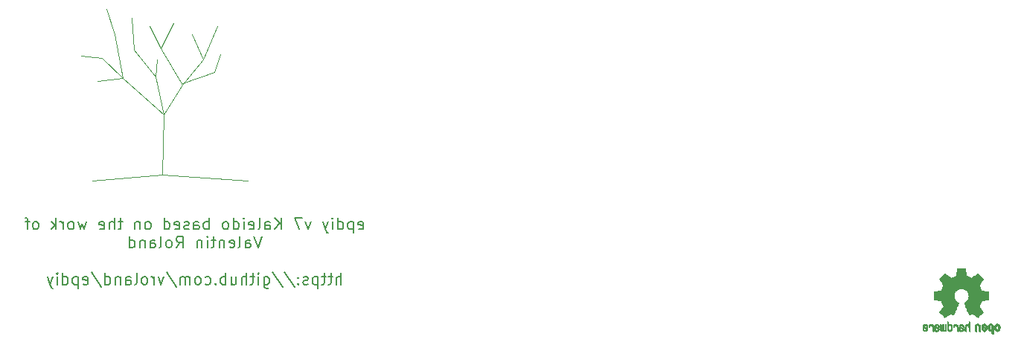
<source format=gbo>
G04 #@! TF.GenerationSoftware,KiCad,Pcbnew,7.0.9-7.0.9~ubuntu22.04.1*
G04 #@! TF.CreationDate,2024-04-13T14:40:37+02:00*
G04 #@! TF.ProjectId,v7-kaleido,76372d6b-616c-4656-9964-6f2e6b696361,1.1*
G04 #@! TF.SameCoordinates,Original*
G04 #@! TF.FileFunction,Legend,Bot*
G04 #@! TF.FilePolarity,Positive*
%FSLAX46Y46*%
G04 Gerber Fmt 4.6, Leading zero omitted, Abs format (unit mm)*
G04 Created by KiCad (PCBNEW 7.0.9-7.0.9~ubuntu22.04.1) date 2024-04-13 14:40:37*
%MOMM*%
%LPD*%
G01*
G04 APERTURE LIST*
%ADD10C,0.100000*%
%ADD11C,0.150000*%
%ADD12C,0.010000*%
%ADD13C,2.200000*%
%ADD14C,0.508000*%
%ADD15R,1.700000X1.700000*%
%ADD16O,1.700000X1.700000*%
%ADD17C,0.650000*%
%ADD18O,2.100000X1.000000*%
%ADD19O,1.600000X1.000000*%
%ADD20C,1.000000*%
G04 APERTURE END LIST*
D10*
X81624502Y-116601690D02*
X79104504Y-112461694D01*
X83964500Y-113721693D02*
X85584498Y-109941696D01*
X73884509Y-110841695D02*
X72984510Y-107961698D01*
X78564505Y-115701691D02*
X76044507Y-112641694D01*
X85224499Y-115161691D02*
X85944498Y-113181693D01*
X74784508Y-115881691D02*
X73884509Y-110841695D01*
X81624502Y-116421690D02*
X85224499Y-115161691D01*
X79284504Y-126861680D02*
X79464504Y-120021687D01*
X74784508Y-115881691D02*
X71904511Y-116241690D01*
X76044507Y-112641694D02*
X75864507Y-109041697D01*
X79464504Y-120021687D02*
X74784508Y-115881691D01*
X83964500Y-113721693D02*
X82704501Y-110841695D01*
X72444510Y-113541693D02*
X70104512Y-113361693D01*
X79104504Y-112461694D02*
X77844505Y-109941696D01*
X81624502Y-116601690D02*
X83964500Y-113721693D01*
X79284504Y-126861680D02*
X71364511Y-127581680D01*
X74784508Y-115881691D02*
X72444510Y-113541693D01*
X79104504Y-112461694D02*
X80544503Y-109581696D01*
X78564505Y-115701691D02*
X78744505Y-113721693D01*
X79464504Y-120021687D02*
X78564505Y-115701691D01*
X79284504Y-126861680D02*
X89004495Y-127581680D01*
X79464504Y-120021687D02*
X81624502Y-116601690D01*
D11*
X101643330Y-133022200D02*
X101767139Y-133084104D01*
X101767139Y-133084104D02*
X102014758Y-133084104D01*
X102014758Y-133084104D02*
X102138568Y-133022200D01*
X102138568Y-133022200D02*
X102200472Y-132898390D01*
X102200472Y-132898390D02*
X102200472Y-132403152D01*
X102200472Y-132403152D02*
X102138568Y-132279342D01*
X102138568Y-132279342D02*
X102014758Y-132217438D01*
X102014758Y-132217438D02*
X101767139Y-132217438D01*
X101767139Y-132217438D02*
X101643330Y-132279342D01*
X101643330Y-132279342D02*
X101581425Y-132403152D01*
X101581425Y-132403152D02*
X101581425Y-132526961D01*
X101581425Y-132526961D02*
X102200472Y-132650771D01*
X101024282Y-132217438D02*
X101024282Y-133517438D01*
X101024282Y-132279342D02*
X100900472Y-132217438D01*
X100900472Y-132217438D02*
X100652853Y-132217438D01*
X100652853Y-132217438D02*
X100529044Y-132279342D01*
X100529044Y-132279342D02*
X100467139Y-132341247D01*
X100467139Y-132341247D02*
X100405234Y-132465057D01*
X100405234Y-132465057D02*
X100405234Y-132836485D01*
X100405234Y-132836485D02*
X100467139Y-132960295D01*
X100467139Y-132960295D02*
X100529044Y-133022200D01*
X100529044Y-133022200D02*
X100652853Y-133084104D01*
X100652853Y-133084104D02*
X100900472Y-133084104D01*
X100900472Y-133084104D02*
X101024282Y-133022200D01*
X99290949Y-133084104D02*
X99290949Y-131784104D01*
X99290949Y-133022200D02*
X99414758Y-133084104D01*
X99414758Y-133084104D02*
X99662377Y-133084104D01*
X99662377Y-133084104D02*
X99786187Y-133022200D01*
X99786187Y-133022200D02*
X99848092Y-132960295D01*
X99848092Y-132960295D02*
X99909996Y-132836485D01*
X99909996Y-132836485D02*
X99909996Y-132465057D01*
X99909996Y-132465057D02*
X99848092Y-132341247D01*
X99848092Y-132341247D02*
X99786187Y-132279342D01*
X99786187Y-132279342D02*
X99662377Y-132217438D01*
X99662377Y-132217438D02*
X99414758Y-132217438D01*
X99414758Y-132217438D02*
X99290949Y-132279342D01*
X98671902Y-133084104D02*
X98671902Y-132217438D01*
X98671902Y-131784104D02*
X98733806Y-131846009D01*
X98733806Y-131846009D02*
X98671902Y-131907914D01*
X98671902Y-131907914D02*
X98609997Y-131846009D01*
X98609997Y-131846009D02*
X98671902Y-131784104D01*
X98671902Y-131784104D02*
X98671902Y-131907914D01*
X98176663Y-132217438D02*
X97867139Y-133084104D01*
X97557616Y-132217438D02*
X97867139Y-133084104D01*
X97867139Y-133084104D02*
X97990949Y-133393628D01*
X97990949Y-133393628D02*
X98052854Y-133455533D01*
X98052854Y-133455533D02*
X98176663Y-133517438D01*
X96195711Y-132217438D02*
X95886187Y-133084104D01*
X95886187Y-133084104D02*
X95576664Y-132217438D01*
X95205235Y-131784104D02*
X94338569Y-131784104D01*
X94338569Y-131784104D02*
X94895711Y-133084104D01*
X92852855Y-133084104D02*
X92852855Y-131784104D01*
X92109998Y-133084104D02*
X92667140Y-132341247D01*
X92109998Y-131784104D02*
X92852855Y-132526961D01*
X90995712Y-133084104D02*
X90995712Y-132403152D01*
X90995712Y-132403152D02*
X91057617Y-132279342D01*
X91057617Y-132279342D02*
X91181426Y-132217438D01*
X91181426Y-132217438D02*
X91429045Y-132217438D01*
X91429045Y-132217438D02*
X91552855Y-132279342D01*
X90995712Y-133022200D02*
X91119521Y-133084104D01*
X91119521Y-133084104D02*
X91429045Y-133084104D01*
X91429045Y-133084104D02*
X91552855Y-133022200D01*
X91552855Y-133022200D02*
X91614759Y-132898390D01*
X91614759Y-132898390D02*
X91614759Y-132774580D01*
X91614759Y-132774580D02*
X91552855Y-132650771D01*
X91552855Y-132650771D02*
X91429045Y-132588866D01*
X91429045Y-132588866D02*
X91119521Y-132588866D01*
X91119521Y-132588866D02*
X90995712Y-132526961D01*
X90190950Y-133084104D02*
X90314760Y-133022200D01*
X90314760Y-133022200D02*
X90376665Y-132898390D01*
X90376665Y-132898390D02*
X90376665Y-131784104D01*
X89200475Y-133022200D02*
X89324284Y-133084104D01*
X89324284Y-133084104D02*
X89571903Y-133084104D01*
X89571903Y-133084104D02*
X89695713Y-133022200D01*
X89695713Y-133022200D02*
X89757617Y-132898390D01*
X89757617Y-132898390D02*
X89757617Y-132403152D01*
X89757617Y-132403152D02*
X89695713Y-132279342D01*
X89695713Y-132279342D02*
X89571903Y-132217438D01*
X89571903Y-132217438D02*
X89324284Y-132217438D01*
X89324284Y-132217438D02*
X89200475Y-132279342D01*
X89200475Y-132279342D02*
X89138570Y-132403152D01*
X89138570Y-132403152D02*
X89138570Y-132526961D01*
X89138570Y-132526961D02*
X89757617Y-132650771D01*
X88581427Y-133084104D02*
X88581427Y-132217438D01*
X88581427Y-131784104D02*
X88643331Y-131846009D01*
X88643331Y-131846009D02*
X88581427Y-131907914D01*
X88581427Y-131907914D02*
X88519522Y-131846009D01*
X88519522Y-131846009D02*
X88581427Y-131784104D01*
X88581427Y-131784104D02*
X88581427Y-131907914D01*
X87405236Y-133084104D02*
X87405236Y-131784104D01*
X87405236Y-133022200D02*
X87529045Y-133084104D01*
X87529045Y-133084104D02*
X87776664Y-133084104D01*
X87776664Y-133084104D02*
X87900474Y-133022200D01*
X87900474Y-133022200D02*
X87962379Y-132960295D01*
X87962379Y-132960295D02*
X88024283Y-132836485D01*
X88024283Y-132836485D02*
X88024283Y-132465057D01*
X88024283Y-132465057D02*
X87962379Y-132341247D01*
X87962379Y-132341247D02*
X87900474Y-132279342D01*
X87900474Y-132279342D02*
X87776664Y-132217438D01*
X87776664Y-132217438D02*
X87529045Y-132217438D01*
X87529045Y-132217438D02*
X87405236Y-132279342D01*
X86600474Y-133084104D02*
X86724284Y-133022200D01*
X86724284Y-133022200D02*
X86786189Y-132960295D01*
X86786189Y-132960295D02*
X86848093Y-132836485D01*
X86848093Y-132836485D02*
X86848093Y-132465057D01*
X86848093Y-132465057D02*
X86786189Y-132341247D01*
X86786189Y-132341247D02*
X86724284Y-132279342D01*
X86724284Y-132279342D02*
X86600474Y-132217438D01*
X86600474Y-132217438D02*
X86414760Y-132217438D01*
X86414760Y-132217438D02*
X86290951Y-132279342D01*
X86290951Y-132279342D02*
X86229046Y-132341247D01*
X86229046Y-132341247D02*
X86167141Y-132465057D01*
X86167141Y-132465057D02*
X86167141Y-132836485D01*
X86167141Y-132836485D02*
X86229046Y-132960295D01*
X86229046Y-132960295D02*
X86290951Y-133022200D01*
X86290951Y-133022200D02*
X86414760Y-133084104D01*
X86414760Y-133084104D02*
X86600474Y-133084104D01*
X84619523Y-133084104D02*
X84619523Y-131784104D01*
X84619523Y-132279342D02*
X84495713Y-132217438D01*
X84495713Y-132217438D02*
X84248094Y-132217438D01*
X84248094Y-132217438D02*
X84124285Y-132279342D01*
X84124285Y-132279342D02*
X84062380Y-132341247D01*
X84062380Y-132341247D02*
X84000475Y-132465057D01*
X84000475Y-132465057D02*
X84000475Y-132836485D01*
X84000475Y-132836485D02*
X84062380Y-132960295D01*
X84062380Y-132960295D02*
X84124285Y-133022200D01*
X84124285Y-133022200D02*
X84248094Y-133084104D01*
X84248094Y-133084104D02*
X84495713Y-133084104D01*
X84495713Y-133084104D02*
X84619523Y-133022200D01*
X82886190Y-133084104D02*
X82886190Y-132403152D01*
X82886190Y-132403152D02*
X82948095Y-132279342D01*
X82948095Y-132279342D02*
X83071904Y-132217438D01*
X83071904Y-132217438D02*
X83319523Y-132217438D01*
X83319523Y-132217438D02*
X83443333Y-132279342D01*
X82886190Y-133022200D02*
X83009999Y-133084104D01*
X83009999Y-133084104D02*
X83319523Y-133084104D01*
X83319523Y-133084104D02*
X83443333Y-133022200D01*
X83443333Y-133022200D02*
X83505237Y-132898390D01*
X83505237Y-132898390D02*
X83505237Y-132774580D01*
X83505237Y-132774580D02*
X83443333Y-132650771D01*
X83443333Y-132650771D02*
X83319523Y-132588866D01*
X83319523Y-132588866D02*
X83009999Y-132588866D01*
X83009999Y-132588866D02*
X82886190Y-132526961D01*
X82329047Y-133022200D02*
X82205238Y-133084104D01*
X82205238Y-133084104D02*
X81957619Y-133084104D01*
X81957619Y-133084104D02*
X81833809Y-133022200D01*
X81833809Y-133022200D02*
X81771905Y-132898390D01*
X81771905Y-132898390D02*
X81771905Y-132836485D01*
X81771905Y-132836485D02*
X81833809Y-132712676D01*
X81833809Y-132712676D02*
X81957619Y-132650771D01*
X81957619Y-132650771D02*
X82143333Y-132650771D01*
X82143333Y-132650771D02*
X82267143Y-132588866D01*
X82267143Y-132588866D02*
X82329047Y-132465057D01*
X82329047Y-132465057D02*
X82329047Y-132403152D01*
X82329047Y-132403152D02*
X82267143Y-132279342D01*
X82267143Y-132279342D02*
X82143333Y-132217438D01*
X82143333Y-132217438D02*
X81957619Y-132217438D01*
X81957619Y-132217438D02*
X81833809Y-132279342D01*
X80719524Y-133022200D02*
X80843333Y-133084104D01*
X80843333Y-133084104D02*
X81090952Y-133084104D01*
X81090952Y-133084104D02*
X81214762Y-133022200D01*
X81214762Y-133022200D02*
X81276666Y-132898390D01*
X81276666Y-132898390D02*
X81276666Y-132403152D01*
X81276666Y-132403152D02*
X81214762Y-132279342D01*
X81214762Y-132279342D02*
X81090952Y-132217438D01*
X81090952Y-132217438D02*
X80843333Y-132217438D01*
X80843333Y-132217438D02*
X80719524Y-132279342D01*
X80719524Y-132279342D02*
X80657619Y-132403152D01*
X80657619Y-132403152D02*
X80657619Y-132526961D01*
X80657619Y-132526961D02*
X81276666Y-132650771D01*
X79543333Y-133084104D02*
X79543333Y-131784104D01*
X79543333Y-133022200D02*
X79667142Y-133084104D01*
X79667142Y-133084104D02*
X79914761Y-133084104D01*
X79914761Y-133084104D02*
X80038571Y-133022200D01*
X80038571Y-133022200D02*
X80100476Y-132960295D01*
X80100476Y-132960295D02*
X80162380Y-132836485D01*
X80162380Y-132836485D02*
X80162380Y-132465057D01*
X80162380Y-132465057D02*
X80100476Y-132341247D01*
X80100476Y-132341247D02*
X80038571Y-132279342D01*
X80038571Y-132279342D02*
X79914761Y-132217438D01*
X79914761Y-132217438D02*
X79667142Y-132217438D01*
X79667142Y-132217438D02*
X79543333Y-132279342D01*
X77748095Y-133084104D02*
X77871905Y-133022200D01*
X77871905Y-133022200D02*
X77933810Y-132960295D01*
X77933810Y-132960295D02*
X77995714Y-132836485D01*
X77995714Y-132836485D02*
X77995714Y-132465057D01*
X77995714Y-132465057D02*
X77933810Y-132341247D01*
X77933810Y-132341247D02*
X77871905Y-132279342D01*
X77871905Y-132279342D02*
X77748095Y-132217438D01*
X77748095Y-132217438D02*
X77562381Y-132217438D01*
X77562381Y-132217438D02*
X77438572Y-132279342D01*
X77438572Y-132279342D02*
X77376667Y-132341247D01*
X77376667Y-132341247D02*
X77314762Y-132465057D01*
X77314762Y-132465057D02*
X77314762Y-132836485D01*
X77314762Y-132836485D02*
X77376667Y-132960295D01*
X77376667Y-132960295D02*
X77438572Y-133022200D01*
X77438572Y-133022200D02*
X77562381Y-133084104D01*
X77562381Y-133084104D02*
X77748095Y-133084104D01*
X76757620Y-132217438D02*
X76757620Y-133084104D01*
X76757620Y-132341247D02*
X76695715Y-132279342D01*
X76695715Y-132279342D02*
X76571905Y-132217438D01*
X76571905Y-132217438D02*
X76386191Y-132217438D01*
X76386191Y-132217438D02*
X76262382Y-132279342D01*
X76262382Y-132279342D02*
X76200477Y-132403152D01*
X76200477Y-132403152D02*
X76200477Y-133084104D01*
X74776668Y-132217438D02*
X74281430Y-132217438D01*
X74590954Y-131784104D02*
X74590954Y-132898390D01*
X74590954Y-132898390D02*
X74529049Y-133022200D01*
X74529049Y-133022200D02*
X74405239Y-133084104D01*
X74405239Y-133084104D02*
X74281430Y-133084104D01*
X73848097Y-133084104D02*
X73848097Y-131784104D01*
X73290954Y-133084104D02*
X73290954Y-132403152D01*
X73290954Y-132403152D02*
X73352859Y-132279342D01*
X73352859Y-132279342D02*
X73476668Y-132217438D01*
X73476668Y-132217438D02*
X73662382Y-132217438D01*
X73662382Y-132217438D02*
X73786192Y-132279342D01*
X73786192Y-132279342D02*
X73848097Y-132341247D01*
X72176669Y-133022200D02*
X72300478Y-133084104D01*
X72300478Y-133084104D02*
X72548097Y-133084104D01*
X72548097Y-133084104D02*
X72671907Y-133022200D01*
X72671907Y-133022200D02*
X72733811Y-132898390D01*
X72733811Y-132898390D02*
X72733811Y-132403152D01*
X72733811Y-132403152D02*
X72671907Y-132279342D01*
X72671907Y-132279342D02*
X72548097Y-132217438D01*
X72548097Y-132217438D02*
X72300478Y-132217438D01*
X72300478Y-132217438D02*
X72176669Y-132279342D01*
X72176669Y-132279342D02*
X72114764Y-132403152D01*
X72114764Y-132403152D02*
X72114764Y-132526961D01*
X72114764Y-132526961D02*
X72733811Y-132650771D01*
X70690954Y-132217438D02*
X70443335Y-133084104D01*
X70443335Y-133084104D02*
X70195716Y-132465057D01*
X70195716Y-132465057D02*
X69948097Y-133084104D01*
X69948097Y-133084104D02*
X69700478Y-132217438D01*
X69019525Y-133084104D02*
X69143335Y-133022200D01*
X69143335Y-133022200D02*
X69205240Y-132960295D01*
X69205240Y-132960295D02*
X69267144Y-132836485D01*
X69267144Y-132836485D02*
X69267144Y-132465057D01*
X69267144Y-132465057D02*
X69205240Y-132341247D01*
X69205240Y-132341247D02*
X69143335Y-132279342D01*
X69143335Y-132279342D02*
X69019525Y-132217438D01*
X69019525Y-132217438D02*
X68833811Y-132217438D01*
X68833811Y-132217438D02*
X68710002Y-132279342D01*
X68710002Y-132279342D02*
X68648097Y-132341247D01*
X68648097Y-132341247D02*
X68586192Y-132465057D01*
X68586192Y-132465057D02*
X68586192Y-132836485D01*
X68586192Y-132836485D02*
X68648097Y-132960295D01*
X68648097Y-132960295D02*
X68710002Y-133022200D01*
X68710002Y-133022200D02*
X68833811Y-133084104D01*
X68833811Y-133084104D02*
X69019525Y-133084104D01*
X68029050Y-133084104D02*
X68029050Y-132217438D01*
X68029050Y-132465057D02*
X67967145Y-132341247D01*
X67967145Y-132341247D02*
X67905240Y-132279342D01*
X67905240Y-132279342D02*
X67781431Y-132217438D01*
X67781431Y-132217438D02*
X67657621Y-132217438D01*
X67224288Y-133084104D02*
X67224288Y-131784104D01*
X67100478Y-132588866D02*
X66729050Y-133084104D01*
X66729050Y-132217438D02*
X67224288Y-132712676D01*
X64995716Y-133084104D02*
X65119526Y-133022200D01*
X65119526Y-133022200D02*
X65181431Y-132960295D01*
X65181431Y-132960295D02*
X65243335Y-132836485D01*
X65243335Y-132836485D02*
X65243335Y-132465057D01*
X65243335Y-132465057D02*
X65181431Y-132341247D01*
X65181431Y-132341247D02*
X65119526Y-132279342D01*
X65119526Y-132279342D02*
X64995716Y-132217438D01*
X64995716Y-132217438D02*
X64810002Y-132217438D01*
X64810002Y-132217438D02*
X64686193Y-132279342D01*
X64686193Y-132279342D02*
X64624288Y-132341247D01*
X64624288Y-132341247D02*
X64562383Y-132465057D01*
X64562383Y-132465057D02*
X64562383Y-132836485D01*
X64562383Y-132836485D02*
X64624288Y-132960295D01*
X64624288Y-132960295D02*
X64686193Y-133022200D01*
X64686193Y-133022200D02*
X64810002Y-133084104D01*
X64810002Y-133084104D02*
X64995716Y-133084104D01*
X64190955Y-132217438D02*
X63695717Y-132217438D01*
X64005241Y-133084104D02*
X64005241Y-131969819D01*
X64005241Y-131969819D02*
X63943336Y-131846009D01*
X63943336Y-131846009D02*
X63819526Y-131784104D01*
X63819526Y-131784104D02*
X63695717Y-131784104D01*
X90624283Y-133877104D02*
X90190950Y-135177104D01*
X90190950Y-135177104D02*
X89757616Y-133877104D01*
X88767140Y-135177104D02*
X88767140Y-134496152D01*
X88767140Y-134496152D02*
X88829045Y-134372342D01*
X88829045Y-134372342D02*
X88952854Y-134310438D01*
X88952854Y-134310438D02*
X89200473Y-134310438D01*
X89200473Y-134310438D02*
X89324283Y-134372342D01*
X88767140Y-135115200D02*
X88890949Y-135177104D01*
X88890949Y-135177104D02*
X89200473Y-135177104D01*
X89200473Y-135177104D02*
X89324283Y-135115200D01*
X89324283Y-135115200D02*
X89386187Y-134991390D01*
X89386187Y-134991390D02*
X89386187Y-134867580D01*
X89386187Y-134867580D02*
X89324283Y-134743771D01*
X89324283Y-134743771D02*
X89200473Y-134681866D01*
X89200473Y-134681866D02*
X88890949Y-134681866D01*
X88890949Y-134681866D02*
X88767140Y-134619961D01*
X87962378Y-135177104D02*
X88086188Y-135115200D01*
X88086188Y-135115200D02*
X88148093Y-134991390D01*
X88148093Y-134991390D02*
X88148093Y-133877104D01*
X86971903Y-135115200D02*
X87095712Y-135177104D01*
X87095712Y-135177104D02*
X87343331Y-135177104D01*
X87343331Y-135177104D02*
X87467141Y-135115200D01*
X87467141Y-135115200D02*
X87529045Y-134991390D01*
X87529045Y-134991390D02*
X87529045Y-134496152D01*
X87529045Y-134496152D02*
X87467141Y-134372342D01*
X87467141Y-134372342D02*
X87343331Y-134310438D01*
X87343331Y-134310438D02*
X87095712Y-134310438D01*
X87095712Y-134310438D02*
X86971903Y-134372342D01*
X86971903Y-134372342D02*
X86909998Y-134496152D01*
X86909998Y-134496152D02*
X86909998Y-134619961D01*
X86909998Y-134619961D02*
X87529045Y-134743771D01*
X86352855Y-134310438D02*
X86352855Y-135177104D01*
X86352855Y-134434247D02*
X86290950Y-134372342D01*
X86290950Y-134372342D02*
X86167140Y-134310438D01*
X86167140Y-134310438D02*
X85981426Y-134310438D01*
X85981426Y-134310438D02*
X85857617Y-134372342D01*
X85857617Y-134372342D02*
X85795712Y-134496152D01*
X85795712Y-134496152D02*
X85795712Y-135177104D01*
X85362379Y-134310438D02*
X84867141Y-134310438D01*
X85176665Y-133877104D02*
X85176665Y-134991390D01*
X85176665Y-134991390D02*
X85114760Y-135115200D01*
X85114760Y-135115200D02*
X84990950Y-135177104D01*
X84990950Y-135177104D02*
X84867141Y-135177104D01*
X84433808Y-135177104D02*
X84433808Y-134310438D01*
X84433808Y-133877104D02*
X84495712Y-133939009D01*
X84495712Y-133939009D02*
X84433808Y-134000914D01*
X84433808Y-134000914D02*
X84371903Y-133939009D01*
X84371903Y-133939009D02*
X84433808Y-133877104D01*
X84433808Y-133877104D02*
X84433808Y-134000914D01*
X83814760Y-134310438D02*
X83814760Y-135177104D01*
X83814760Y-134434247D02*
X83752855Y-134372342D01*
X83752855Y-134372342D02*
X83629045Y-134310438D01*
X83629045Y-134310438D02*
X83443331Y-134310438D01*
X83443331Y-134310438D02*
X83319522Y-134372342D01*
X83319522Y-134372342D02*
X83257617Y-134496152D01*
X83257617Y-134496152D02*
X83257617Y-135177104D01*
X80905237Y-135177104D02*
X81338570Y-134558057D01*
X81648094Y-135177104D02*
X81648094Y-133877104D01*
X81648094Y-133877104D02*
X81152856Y-133877104D01*
X81152856Y-133877104D02*
X81029046Y-133939009D01*
X81029046Y-133939009D02*
X80967141Y-134000914D01*
X80967141Y-134000914D02*
X80905237Y-134124723D01*
X80905237Y-134124723D02*
X80905237Y-134310438D01*
X80905237Y-134310438D02*
X80967141Y-134434247D01*
X80967141Y-134434247D02*
X81029046Y-134496152D01*
X81029046Y-134496152D02*
X81152856Y-134558057D01*
X81152856Y-134558057D02*
X81648094Y-134558057D01*
X80162379Y-135177104D02*
X80286189Y-135115200D01*
X80286189Y-135115200D02*
X80348094Y-135053295D01*
X80348094Y-135053295D02*
X80409998Y-134929485D01*
X80409998Y-134929485D02*
X80409998Y-134558057D01*
X80409998Y-134558057D02*
X80348094Y-134434247D01*
X80348094Y-134434247D02*
X80286189Y-134372342D01*
X80286189Y-134372342D02*
X80162379Y-134310438D01*
X80162379Y-134310438D02*
X79976665Y-134310438D01*
X79976665Y-134310438D02*
X79852856Y-134372342D01*
X79852856Y-134372342D02*
X79790951Y-134434247D01*
X79790951Y-134434247D02*
X79729046Y-134558057D01*
X79729046Y-134558057D02*
X79729046Y-134929485D01*
X79729046Y-134929485D02*
X79790951Y-135053295D01*
X79790951Y-135053295D02*
X79852856Y-135115200D01*
X79852856Y-135115200D02*
X79976665Y-135177104D01*
X79976665Y-135177104D02*
X80162379Y-135177104D01*
X78986189Y-135177104D02*
X79109999Y-135115200D01*
X79109999Y-135115200D02*
X79171904Y-134991390D01*
X79171904Y-134991390D02*
X79171904Y-133877104D01*
X77933809Y-135177104D02*
X77933809Y-134496152D01*
X77933809Y-134496152D02*
X77995714Y-134372342D01*
X77995714Y-134372342D02*
X78119523Y-134310438D01*
X78119523Y-134310438D02*
X78367142Y-134310438D01*
X78367142Y-134310438D02*
X78490952Y-134372342D01*
X77933809Y-135115200D02*
X78057618Y-135177104D01*
X78057618Y-135177104D02*
X78367142Y-135177104D01*
X78367142Y-135177104D02*
X78490952Y-135115200D01*
X78490952Y-135115200D02*
X78552856Y-134991390D01*
X78552856Y-134991390D02*
X78552856Y-134867580D01*
X78552856Y-134867580D02*
X78490952Y-134743771D01*
X78490952Y-134743771D02*
X78367142Y-134681866D01*
X78367142Y-134681866D02*
X78057618Y-134681866D01*
X78057618Y-134681866D02*
X77933809Y-134619961D01*
X77314762Y-134310438D02*
X77314762Y-135177104D01*
X77314762Y-134434247D02*
X77252857Y-134372342D01*
X77252857Y-134372342D02*
X77129047Y-134310438D01*
X77129047Y-134310438D02*
X76943333Y-134310438D01*
X76943333Y-134310438D02*
X76819524Y-134372342D01*
X76819524Y-134372342D02*
X76757619Y-134496152D01*
X76757619Y-134496152D02*
X76757619Y-135177104D01*
X75581429Y-135177104D02*
X75581429Y-133877104D01*
X75581429Y-135115200D02*
X75705238Y-135177104D01*
X75705238Y-135177104D02*
X75952857Y-135177104D01*
X75952857Y-135177104D02*
X76076667Y-135115200D01*
X76076667Y-135115200D02*
X76138572Y-135053295D01*
X76138572Y-135053295D02*
X76200476Y-134929485D01*
X76200476Y-134929485D02*
X76200476Y-134558057D01*
X76200476Y-134558057D02*
X76138572Y-134434247D01*
X76138572Y-134434247D02*
X76076667Y-134372342D01*
X76076667Y-134372342D02*
X75952857Y-134310438D01*
X75952857Y-134310438D02*
X75705238Y-134310438D01*
X75705238Y-134310438D02*
X75581429Y-134372342D01*
X99662378Y-139363104D02*
X99662378Y-138063104D01*
X99105235Y-139363104D02*
X99105235Y-138682152D01*
X99105235Y-138682152D02*
X99167140Y-138558342D01*
X99167140Y-138558342D02*
X99290949Y-138496438D01*
X99290949Y-138496438D02*
X99476663Y-138496438D01*
X99476663Y-138496438D02*
X99600473Y-138558342D01*
X99600473Y-138558342D02*
X99662378Y-138620247D01*
X98671902Y-138496438D02*
X98176664Y-138496438D01*
X98486188Y-138063104D02*
X98486188Y-139177390D01*
X98486188Y-139177390D02*
X98424283Y-139301200D01*
X98424283Y-139301200D02*
X98300473Y-139363104D01*
X98300473Y-139363104D02*
X98176664Y-139363104D01*
X97929045Y-138496438D02*
X97433807Y-138496438D01*
X97743331Y-138063104D02*
X97743331Y-139177390D01*
X97743331Y-139177390D02*
X97681426Y-139301200D01*
X97681426Y-139301200D02*
X97557616Y-139363104D01*
X97557616Y-139363104D02*
X97433807Y-139363104D01*
X97000474Y-138496438D02*
X97000474Y-139796438D01*
X97000474Y-138558342D02*
X96876664Y-138496438D01*
X96876664Y-138496438D02*
X96629045Y-138496438D01*
X96629045Y-138496438D02*
X96505236Y-138558342D01*
X96505236Y-138558342D02*
X96443331Y-138620247D01*
X96443331Y-138620247D02*
X96381426Y-138744057D01*
X96381426Y-138744057D02*
X96381426Y-139115485D01*
X96381426Y-139115485D02*
X96443331Y-139239295D01*
X96443331Y-139239295D02*
X96505236Y-139301200D01*
X96505236Y-139301200D02*
X96629045Y-139363104D01*
X96629045Y-139363104D02*
X96876664Y-139363104D01*
X96876664Y-139363104D02*
X97000474Y-139301200D01*
X95886188Y-139301200D02*
X95762379Y-139363104D01*
X95762379Y-139363104D02*
X95514760Y-139363104D01*
X95514760Y-139363104D02*
X95390950Y-139301200D01*
X95390950Y-139301200D02*
X95329046Y-139177390D01*
X95329046Y-139177390D02*
X95329046Y-139115485D01*
X95329046Y-139115485D02*
X95390950Y-138991676D01*
X95390950Y-138991676D02*
X95514760Y-138929771D01*
X95514760Y-138929771D02*
X95700474Y-138929771D01*
X95700474Y-138929771D02*
X95824284Y-138867866D01*
X95824284Y-138867866D02*
X95886188Y-138744057D01*
X95886188Y-138744057D02*
X95886188Y-138682152D01*
X95886188Y-138682152D02*
X95824284Y-138558342D01*
X95824284Y-138558342D02*
X95700474Y-138496438D01*
X95700474Y-138496438D02*
X95514760Y-138496438D01*
X95514760Y-138496438D02*
X95390950Y-138558342D01*
X94771903Y-139239295D02*
X94709998Y-139301200D01*
X94709998Y-139301200D02*
X94771903Y-139363104D01*
X94771903Y-139363104D02*
X94833807Y-139301200D01*
X94833807Y-139301200D02*
X94771903Y-139239295D01*
X94771903Y-139239295D02*
X94771903Y-139363104D01*
X94771903Y-138558342D02*
X94709998Y-138620247D01*
X94709998Y-138620247D02*
X94771903Y-138682152D01*
X94771903Y-138682152D02*
X94833807Y-138620247D01*
X94833807Y-138620247D02*
X94771903Y-138558342D01*
X94771903Y-138558342D02*
X94771903Y-138682152D01*
X93224283Y-138001200D02*
X94338569Y-139672628D01*
X91862378Y-138001200D02*
X92976664Y-139672628D01*
X90871902Y-138496438D02*
X90871902Y-139548819D01*
X90871902Y-139548819D02*
X90933807Y-139672628D01*
X90933807Y-139672628D02*
X90995711Y-139734533D01*
X90995711Y-139734533D02*
X91119521Y-139796438D01*
X91119521Y-139796438D02*
X91305235Y-139796438D01*
X91305235Y-139796438D02*
X91429045Y-139734533D01*
X90871902Y-139301200D02*
X90995711Y-139363104D01*
X90995711Y-139363104D02*
X91243330Y-139363104D01*
X91243330Y-139363104D02*
X91367140Y-139301200D01*
X91367140Y-139301200D02*
X91429045Y-139239295D01*
X91429045Y-139239295D02*
X91490949Y-139115485D01*
X91490949Y-139115485D02*
X91490949Y-138744057D01*
X91490949Y-138744057D02*
X91429045Y-138620247D01*
X91429045Y-138620247D02*
X91367140Y-138558342D01*
X91367140Y-138558342D02*
X91243330Y-138496438D01*
X91243330Y-138496438D02*
X90995711Y-138496438D01*
X90995711Y-138496438D02*
X90871902Y-138558342D01*
X90252855Y-139363104D02*
X90252855Y-138496438D01*
X90252855Y-138063104D02*
X90314759Y-138125009D01*
X90314759Y-138125009D02*
X90252855Y-138186914D01*
X90252855Y-138186914D02*
X90190950Y-138125009D01*
X90190950Y-138125009D02*
X90252855Y-138063104D01*
X90252855Y-138063104D02*
X90252855Y-138186914D01*
X89819521Y-138496438D02*
X89324283Y-138496438D01*
X89633807Y-138063104D02*
X89633807Y-139177390D01*
X89633807Y-139177390D02*
X89571902Y-139301200D01*
X89571902Y-139301200D02*
X89448092Y-139363104D01*
X89448092Y-139363104D02*
X89324283Y-139363104D01*
X88890950Y-139363104D02*
X88890950Y-138063104D01*
X88333807Y-139363104D02*
X88333807Y-138682152D01*
X88333807Y-138682152D02*
X88395712Y-138558342D01*
X88395712Y-138558342D02*
X88519521Y-138496438D01*
X88519521Y-138496438D02*
X88705235Y-138496438D01*
X88705235Y-138496438D02*
X88829045Y-138558342D01*
X88829045Y-138558342D02*
X88890950Y-138620247D01*
X87157617Y-138496438D02*
X87157617Y-139363104D01*
X87714760Y-138496438D02*
X87714760Y-139177390D01*
X87714760Y-139177390D02*
X87652855Y-139301200D01*
X87652855Y-139301200D02*
X87529045Y-139363104D01*
X87529045Y-139363104D02*
X87343331Y-139363104D01*
X87343331Y-139363104D02*
X87219522Y-139301200D01*
X87219522Y-139301200D02*
X87157617Y-139239295D01*
X86538570Y-139363104D02*
X86538570Y-138063104D01*
X86538570Y-138558342D02*
X86414760Y-138496438D01*
X86414760Y-138496438D02*
X86167141Y-138496438D01*
X86167141Y-138496438D02*
X86043332Y-138558342D01*
X86043332Y-138558342D02*
X85981427Y-138620247D01*
X85981427Y-138620247D02*
X85919522Y-138744057D01*
X85919522Y-138744057D02*
X85919522Y-139115485D01*
X85919522Y-139115485D02*
X85981427Y-139239295D01*
X85981427Y-139239295D02*
X86043332Y-139301200D01*
X86043332Y-139301200D02*
X86167141Y-139363104D01*
X86167141Y-139363104D02*
X86414760Y-139363104D01*
X86414760Y-139363104D02*
X86538570Y-139301200D01*
X85362380Y-139239295D02*
X85300475Y-139301200D01*
X85300475Y-139301200D02*
X85362380Y-139363104D01*
X85362380Y-139363104D02*
X85424284Y-139301200D01*
X85424284Y-139301200D02*
X85362380Y-139239295D01*
X85362380Y-139239295D02*
X85362380Y-139363104D01*
X84186189Y-139301200D02*
X84309998Y-139363104D01*
X84309998Y-139363104D02*
X84557617Y-139363104D01*
X84557617Y-139363104D02*
X84681427Y-139301200D01*
X84681427Y-139301200D02*
X84743332Y-139239295D01*
X84743332Y-139239295D02*
X84805236Y-139115485D01*
X84805236Y-139115485D02*
X84805236Y-138744057D01*
X84805236Y-138744057D02*
X84743332Y-138620247D01*
X84743332Y-138620247D02*
X84681427Y-138558342D01*
X84681427Y-138558342D02*
X84557617Y-138496438D01*
X84557617Y-138496438D02*
X84309998Y-138496438D01*
X84309998Y-138496438D02*
X84186189Y-138558342D01*
X83443331Y-139363104D02*
X83567141Y-139301200D01*
X83567141Y-139301200D02*
X83629046Y-139239295D01*
X83629046Y-139239295D02*
X83690950Y-139115485D01*
X83690950Y-139115485D02*
X83690950Y-138744057D01*
X83690950Y-138744057D02*
X83629046Y-138620247D01*
X83629046Y-138620247D02*
X83567141Y-138558342D01*
X83567141Y-138558342D02*
X83443331Y-138496438D01*
X83443331Y-138496438D02*
X83257617Y-138496438D01*
X83257617Y-138496438D02*
X83133808Y-138558342D01*
X83133808Y-138558342D02*
X83071903Y-138620247D01*
X83071903Y-138620247D02*
X83009998Y-138744057D01*
X83009998Y-138744057D02*
X83009998Y-139115485D01*
X83009998Y-139115485D02*
X83071903Y-139239295D01*
X83071903Y-139239295D02*
X83133808Y-139301200D01*
X83133808Y-139301200D02*
X83257617Y-139363104D01*
X83257617Y-139363104D02*
X83443331Y-139363104D01*
X82452856Y-139363104D02*
X82452856Y-138496438D01*
X82452856Y-138620247D02*
X82390951Y-138558342D01*
X82390951Y-138558342D02*
X82267141Y-138496438D01*
X82267141Y-138496438D02*
X82081427Y-138496438D01*
X82081427Y-138496438D02*
X81957618Y-138558342D01*
X81957618Y-138558342D02*
X81895713Y-138682152D01*
X81895713Y-138682152D02*
X81895713Y-139363104D01*
X81895713Y-138682152D02*
X81833808Y-138558342D01*
X81833808Y-138558342D02*
X81709999Y-138496438D01*
X81709999Y-138496438D02*
X81524284Y-138496438D01*
X81524284Y-138496438D02*
X81400475Y-138558342D01*
X81400475Y-138558342D02*
X81338570Y-138682152D01*
X81338570Y-138682152D02*
X81338570Y-139363104D01*
X79790951Y-138001200D02*
X80905237Y-139672628D01*
X79481427Y-138496438D02*
X79171903Y-139363104D01*
X79171903Y-139363104D02*
X78862380Y-138496438D01*
X78367142Y-139363104D02*
X78367142Y-138496438D01*
X78367142Y-138744057D02*
X78305237Y-138620247D01*
X78305237Y-138620247D02*
X78243332Y-138558342D01*
X78243332Y-138558342D02*
X78119523Y-138496438D01*
X78119523Y-138496438D02*
X77995713Y-138496438D01*
X77376665Y-139363104D02*
X77500475Y-139301200D01*
X77500475Y-139301200D02*
X77562380Y-139239295D01*
X77562380Y-139239295D02*
X77624284Y-139115485D01*
X77624284Y-139115485D02*
X77624284Y-138744057D01*
X77624284Y-138744057D02*
X77562380Y-138620247D01*
X77562380Y-138620247D02*
X77500475Y-138558342D01*
X77500475Y-138558342D02*
X77376665Y-138496438D01*
X77376665Y-138496438D02*
X77190951Y-138496438D01*
X77190951Y-138496438D02*
X77067142Y-138558342D01*
X77067142Y-138558342D02*
X77005237Y-138620247D01*
X77005237Y-138620247D02*
X76943332Y-138744057D01*
X76943332Y-138744057D02*
X76943332Y-139115485D01*
X76943332Y-139115485D02*
X77005237Y-139239295D01*
X77005237Y-139239295D02*
X77067142Y-139301200D01*
X77067142Y-139301200D02*
X77190951Y-139363104D01*
X77190951Y-139363104D02*
X77376665Y-139363104D01*
X76200475Y-139363104D02*
X76324285Y-139301200D01*
X76324285Y-139301200D02*
X76386190Y-139177390D01*
X76386190Y-139177390D02*
X76386190Y-138063104D01*
X75148095Y-139363104D02*
X75148095Y-138682152D01*
X75148095Y-138682152D02*
X75210000Y-138558342D01*
X75210000Y-138558342D02*
X75333809Y-138496438D01*
X75333809Y-138496438D02*
X75581428Y-138496438D01*
X75581428Y-138496438D02*
X75705238Y-138558342D01*
X75148095Y-139301200D02*
X75271904Y-139363104D01*
X75271904Y-139363104D02*
X75581428Y-139363104D01*
X75581428Y-139363104D02*
X75705238Y-139301200D01*
X75705238Y-139301200D02*
X75767142Y-139177390D01*
X75767142Y-139177390D02*
X75767142Y-139053580D01*
X75767142Y-139053580D02*
X75705238Y-138929771D01*
X75705238Y-138929771D02*
X75581428Y-138867866D01*
X75581428Y-138867866D02*
X75271904Y-138867866D01*
X75271904Y-138867866D02*
X75148095Y-138805961D01*
X74529048Y-138496438D02*
X74529048Y-139363104D01*
X74529048Y-138620247D02*
X74467143Y-138558342D01*
X74467143Y-138558342D02*
X74343333Y-138496438D01*
X74343333Y-138496438D02*
X74157619Y-138496438D01*
X74157619Y-138496438D02*
X74033810Y-138558342D01*
X74033810Y-138558342D02*
X73971905Y-138682152D01*
X73971905Y-138682152D02*
X73971905Y-139363104D01*
X72795715Y-139363104D02*
X72795715Y-138063104D01*
X72795715Y-139301200D02*
X72919524Y-139363104D01*
X72919524Y-139363104D02*
X73167143Y-139363104D01*
X73167143Y-139363104D02*
X73290953Y-139301200D01*
X73290953Y-139301200D02*
X73352858Y-139239295D01*
X73352858Y-139239295D02*
X73414762Y-139115485D01*
X73414762Y-139115485D02*
X73414762Y-138744057D01*
X73414762Y-138744057D02*
X73352858Y-138620247D01*
X73352858Y-138620247D02*
X73290953Y-138558342D01*
X73290953Y-138558342D02*
X73167143Y-138496438D01*
X73167143Y-138496438D02*
X72919524Y-138496438D01*
X72919524Y-138496438D02*
X72795715Y-138558342D01*
X71248096Y-138001200D02*
X72362382Y-139672628D01*
X70319525Y-139301200D02*
X70443334Y-139363104D01*
X70443334Y-139363104D02*
X70690953Y-139363104D01*
X70690953Y-139363104D02*
X70814763Y-139301200D01*
X70814763Y-139301200D02*
X70876667Y-139177390D01*
X70876667Y-139177390D02*
X70876667Y-138682152D01*
X70876667Y-138682152D02*
X70814763Y-138558342D01*
X70814763Y-138558342D02*
X70690953Y-138496438D01*
X70690953Y-138496438D02*
X70443334Y-138496438D01*
X70443334Y-138496438D02*
X70319525Y-138558342D01*
X70319525Y-138558342D02*
X70257620Y-138682152D01*
X70257620Y-138682152D02*
X70257620Y-138805961D01*
X70257620Y-138805961D02*
X70876667Y-138929771D01*
X69700477Y-138496438D02*
X69700477Y-139796438D01*
X69700477Y-138558342D02*
X69576667Y-138496438D01*
X69576667Y-138496438D02*
X69329048Y-138496438D01*
X69329048Y-138496438D02*
X69205239Y-138558342D01*
X69205239Y-138558342D02*
X69143334Y-138620247D01*
X69143334Y-138620247D02*
X69081429Y-138744057D01*
X69081429Y-138744057D02*
X69081429Y-139115485D01*
X69081429Y-139115485D02*
X69143334Y-139239295D01*
X69143334Y-139239295D02*
X69205239Y-139301200D01*
X69205239Y-139301200D02*
X69329048Y-139363104D01*
X69329048Y-139363104D02*
X69576667Y-139363104D01*
X69576667Y-139363104D02*
X69700477Y-139301200D01*
X67967144Y-139363104D02*
X67967144Y-138063104D01*
X67967144Y-139301200D02*
X68090953Y-139363104D01*
X68090953Y-139363104D02*
X68338572Y-139363104D01*
X68338572Y-139363104D02*
X68462382Y-139301200D01*
X68462382Y-139301200D02*
X68524287Y-139239295D01*
X68524287Y-139239295D02*
X68586191Y-139115485D01*
X68586191Y-139115485D02*
X68586191Y-138744057D01*
X68586191Y-138744057D02*
X68524287Y-138620247D01*
X68524287Y-138620247D02*
X68462382Y-138558342D01*
X68462382Y-138558342D02*
X68338572Y-138496438D01*
X68338572Y-138496438D02*
X68090953Y-138496438D01*
X68090953Y-138496438D02*
X67967144Y-138558342D01*
X67348097Y-139363104D02*
X67348097Y-138496438D01*
X67348097Y-138063104D02*
X67410001Y-138125009D01*
X67410001Y-138125009D02*
X67348097Y-138186914D01*
X67348097Y-138186914D02*
X67286192Y-138125009D01*
X67286192Y-138125009D02*
X67348097Y-138063104D01*
X67348097Y-138063104D02*
X67348097Y-138186914D01*
X66852858Y-138496438D02*
X66543334Y-139363104D01*
X66233811Y-138496438D02*
X66543334Y-139363104D01*
X66543334Y-139363104D02*
X66667144Y-139672628D01*
X66667144Y-139672628D02*
X66729049Y-139734533D01*
X66729049Y-139734533D02*
X66852858Y-139796438D01*
D12*
X166811501Y-143886476D02*
X166892167Y-143916440D01*
X166925714Y-143938954D01*
X166959687Y-143971212D01*
X166983919Y-144012246D01*
X167000001Y-144068108D01*
X167009521Y-144144851D01*
X167014068Y-144248525D01*
X167015231Y-144385184D01*
X167015003Y-144455805D01*
X167013860Y-144552308D01*
X167011919Y-144629323D01*
X167009365Y-144680319D01*
X167006381Y-144698769D01*
X166986962Y-144692667D01*
X166947766Y-144676095D01*
X166946589Y-144675558D01*
X166926235Y-144664903D01*
X166912546Y-144650282D01*
X166904199Y-144624673D01*
X166899874Y-144581054D01*
X166898248Y-144512403D01*
X166898000Y-144411698D01*
X166897500Y-144347813D01*
X166892164Y-144227751D01*
X166879945Y-144139809D01*
X166859552Y-144079375D01*
X166829695Y-144041836D01*
X166789082Y-144022581D01*
X166783448Y-144021239D01*
X166707378Y-144020191D01*
X166648052Y-144054271D01*
X166607077Y-144122598D01*
X166599770Y-144142351D01*
X166583114Y-144186066D01*
X166574679Y-144206155D01*
X166557356Y-144203387D01*
X166519525Y-144188365D01*
X166484240Y-144163556D01*
X166468154Y-144116670D01*
X166472952Y-144083087D01*
X166502431Y-144014967D01*
X166550098Y-143951134D01*
X166605839Y-143906988D01*
X166629193Y-143896782D01*
X166717619Y-143879718D01*
X166811501Y-143886476D01*
G36*
X166811501Y-143886476D02*
G01*
X166892167Y-143916440D01*
X166925714Y-143938954D01*
X166959687Y-143971212D01*
X166983919Y-144012246D01*
X167000001Y-144068108D01*
X167009521Y-144144851D01*
X167014068Y-144248525D01*
X167015231Y-144385184D01*
X167015003Y-144455805D01*
X167013860Y-144552308D01*
X167011919Y-144629323D01*
X167009365Y-144680319D01*
X167006381Y-144698769D01*
X166986962Y-144692667D01*
X166947766Y-144676095D01*
X166946589Y-144675558D01*
X166926235Y-144664903D01*
X166912546Y-144650282D01*
X166904199Y-144624673D01*
X166899874Y-144581054D01*
X166898248Y-144512403D01*
X166898000Y-144411698D01*
X166897500Y-144347813D01*
X166892164Y-144227751D01*
X166879945Y-144139809D01*
X166859552Y-144079375D01*
X166829695Y-144041836D01*
X166789082Y-144022581D01*
X166783448Y-144021239D01*
X166707378Y-144020191D01*
X166648052Y-144054271D01*
X166607077Y-144122598D01*
X166599770Y-144142351D01*
X166583114Y-144186066D01*
X166574679Y-144206155D01*
X166557356Y-144203387D01*
X166519525Y-144188365D01*
X166484240Y-144163556D01*
X166468154Y-144116670D01*
X166472952Y-144083087D01*
X166502431Y-144014967D01*
X166550098Y-143951134D01*
X166605839Y-143906988D01*
X166629193Y-143896782D01*
X166717619Y-143879718D01*
X166811501Y-143886476D01*
G37*
X172126372Y-143841684D02*
X172217629Y-143884569D01*
X172292416Y-143958729D01*
X172307917Y-143981944D01*
X172320774Y-144008256D01*
X172329893Y-144041420D01*
X172336102Y-144087881D01*
X172340233Y-144154082D01*
X172343116Y-144246468D01*
X172345579Y-144371485D01*
X172351697Y-144718278D01*
X172300303Y-144698738D01*
X172253246Y-144680787D01*
X172218015Y-144663511D01*
X172195017Y-144641242D01*
X172181655Y-144607165D01*
X172175328Y-144554463D01*
X172173437Y-144476323D01*
X172173385Y-144365928D01*
X172173117Y-144277935D01*
X172171521Y-144193502D01*
X172167712Y-144135834D01*
X172160820Y-144097988D01*
X172149975Y-144073024D01*
X172134308Y-144054000D01*
X172095792Y-144027153D01*
X172031091Y-144017034D01*
X171967081Y-144042606D01*
X171962856Y-144045880D01*
X171949689Y-144061007D01*
X171939975Y-144085268D01*
X171932903Y-144124650D01*
X171927656Y-144185141D01*
X171923421Y-144272729D01*
X171919385Y-144393402D01*
X171909615Y-144716515D01*
X171743539Y-144642065D01*
X171743539Y-144347062D01*
X171743883Y-144266919D01*
X171746847Y-144155431D01*
X171754351Y-144072421D01*
X171768190Y-144011199D01*
X171790155Y-143965075D01*
X171822039Y-143927358D01*
X171865633Y-143891358D01*
X171928336Y-143855089D01*
X172027117Y-143831412D01*
X172126372Y-143841684D01*
G36*
X172126372Y-143841684D02*
G01*
X172217629Y-143884569D01*
X172292416Y-143958729D01*
X172307917Y-143981944D01*
X172320774Y-144008256D01*
X172329893Y-144041420D01*
X172336102Y-144087881D01*
X172340233Y-144154082D01*
X172343116Y-144246468D01*
X172345579Y-144371485D01*
X172351697Y-144718278D01*
X172300303Y-144698738D01*
X172253246Y-144680787D01*
X172218015Y-144663511D01*
X172195017Y-144641242D01*
X172181655Y-144607165D01*
X172175328Y-144554463D01*
X172173437Y-144476323D01*
X172173385Y-144365928D01*
X172173117Y-144277935D01*
X172171521Y-144193502D01*
X172167712Y-144135834D01*
X172160820Y-144097988D01*
X172149975Y-144073024D01*
X172134308Y-144054000D01*
X172095792Y-144027153D01*
X172031091Y-144017034D01*
X171967081Y-144042606D01*
X171962856Y-144045880D01*
X171949689Y-144061007D01*
X171939975Y-144085268D01*
X171932903Y-144124650D01*
X171927656Y-144185141D01*
X171923421Y-144272729D01*
X171919385Y-144393402D01*
X171909615Y-144716515D01*
X171743539Y-144642065D01*
X171743539Y-144347062D01*
X171743883Y-144266919D01*
X171746847Y-144155431D01*
X171754351Y-144072421D01*
X171768190Y-144011199D01*
X171790155Y-143965075D01*
X171822039Y-143927358D01*
X171865633Y-143891358D01*
X171928336Y-143855089D01*
X172027117Y-143831412D01*
X172126372Y-143841684D01*
G37*
X169671892Y-143907167D02*
X169678060Y-143910581D01*
X169728447Y-143949692D01*
X169773498Y-143999975D01*
X169781355Y-144011339D01*
X169796376Y-144037860D01*
X169807107Y-144069336D01*
X169814486Y-144112591D01*
X169819452Y-144174449D01*
X169822942Y-144261733D01*
X169825893Y-144381269D01*
X169826311Y-144401478D01*
X169827654Y-144532499D01*
X169825761Y-144625296D01*
X169820605Y-144680507D01*
X169812158Y-144698769D01*
X169786594Y-144693301D01*
X169743166Y-144676733D01*
X169732940Y-144671888D01*
X169716967Y-144660920D01*
X169705954Y-144642890D01*
X169698750Y-144611396D01*
X169694208Y-144560036D01*
X169691180Y-144482410D01*
X169688516Y-144372115D01*
X169687785Y-144339875D01*
X169684965Y-144238050D01*
X169681304Y-144166788D01*
X169675694Y-144119332D01*
X169667029Y-144088925D01*
X169654202Y-144068810D01*
X169636105Y-144052229D01*
X169582525Y-144023161D01*
X169516612Y-144017564D01*
X169457635Y-144039807D01*
X169415203Y-144085859D01*
X169398923Y-144151692D01*
X169398470Y-144169587D01*
X169389578Y-144201982D01*
X169363325Y-144206925D01*
X169311919Y-144187633D01*
X169300013Y-144181446D01*
X169267835Y-144145058D01*
X169267198Y-144090954D01*
X169297856Y-144016128D01*
X169325978Y-143975350D01*
X169397883Y-143917421D01*
X169486638Y-143884670D01*
X169581542Y-143880212D01*
X169671892Y-143907167D01*
G36*
X169671892Y-143907167D02*
G01*
X169678060Y-143910581D01*
X169728447Y-143949692D01*
X169773498Y-143999975D01*
X169781355Y-144011339D01*
X169796376Y-144037860D01*
X169807107Y-144069336D01*
X169814486Y-144112591D01*
X169819452Y-144174449D01*
X169822942Y-144261733D01*
X169825893Y-144381269D01*
X169826311Y-144401478D01*
X169827654Y-144532499D01*
X169825761Y-144625296D01*
X169820605Y-144680507D01*
X169812158Y-144698769D01*
X169786594Y-144693301D01*
X169743166Y-144676733D01*
X169732940Y-144671888D01*
X169716967Y-144660920D01*
X169705954Y-144642890D01*
X169698750Y-144611396D01*
X169694208Y-144560036D01*
X169691180Y-144482410D01*
X169688516Y-144372115D01*
X169687785Y-144339875D01*
X169684965Y-144238050D01*
X169681304Y-144166788D01*
X169675694Y-144119332D01*
X169667029Y-144088925D01*
X169654202Y-144068810D01*
X169636105Y-144052229D01*
X169582525Y-144023161D01*
X169516612Y-144017564D01*
X169457635Y-144039807D01*
X169415203Y-144085859D01*
X169398923Y-144151692D01*
X169398470Y-144169587D01*
X169389578Y-144201982D01*
X169363325Y-144206925D01*
X169311919Y-144187633D01*
X169300013Y-144181446D01*
X169267835Y-144145058D01*
X169267198Y-144090954D01*
X169297856Y-144016128D01*
X169325978Y-143975350D01*
X169397883Y-143917421D01*
X169486638Y-143884670D01*
X169581542Y-143880212D01*
X169671892Y-143907167D01*
G37*
X171176923Y-143641806D02*
X171176923Y-144176455D01*
X171176660Y-144315094D01*
X171175958Y-144439805D01*
X171174883Y-144545557D01*
X171173500Y-144627322D01*
X171171874Y-144680069D01*
X171170070Y-144698769D01*
X171169364Y-144698706D01*
X171145387Y-144691912D01*
X171101685Y-144677320D01*
X171040154Y-144655870D01*
X171040154Y-144380617D01*
X171039763Y-144272466D01*
X171037946Y-144194026D01*
X171033767Y-144140647D01*
X171026286Y-144105256D01*
X171014567Y-144080779D01*
X170997671Y-144060144D01*
X170986152Y-144049170D01*
X170923864Y-144018775D01*
X170855211Y-144021466D01*
X170792298Y-144057406D01*
X170783139Y-144066325D01*
X170768471Y-144084844D01*
X170758433Y-144109326D01*
X170752151Y-144146393D01*
X170748748Y-144202667D01*
X170747349Y-144284771D01*
X170747077Y-144399329D01*
X170746947Y-144457430D01*
X170746099Y-144552993D01*
X170744594Y-144629526D01*
X170742585Y-144680345D01*
X170740223Y-144698769D01*
X170739518Y-144698706D01*
X170715541Y-144691912D01*
X170671839Y-144677320D01*
X170610308Y-144655870D01*
X170610338Y-144379358D01*
X170610384Y-144354742D01*
X170612970Y-144226419D01*
X170620913Y-144129384D01*
X170636155Y-144057057D01*
X170660636Y-144002855D01*
X170696298Y-143960198D01*
X170745082Y-143922505D01*
X170792661Y-143898910D01*
X170868732Y-143880672D01*
X170943556Y-143879636D01*
X171001077Y-143897378D01*
X171005402Y-143899829D01*
X171018738Y-143899566D01*
X171027851Y-143879039D01*
X171034428Y-143831980D01*
X171040154Y-143752120D01*
X171049923Y-143588236D01*
X171176923Y-143641806D01*
G36*
X171176923Y-143641806D02*
G01*
X171176923Y-144176455D01*
X171176660Y-144315094D01*
X171175958Y-144439805D01*
X171174883Y-144545557D01*
X171173500Y-144627322D01*
X171171874Y-144680069D01*
X171170070Y-144698769D01*
X171169364Y-144698706D01*
X171145387Y-144691912D01*
X171101685Y-144677320D01*
X171040154Y-144655870D01*
X171040154Y-144380617D01*
X171039763Y-144272466D01*
X171037946Y-144194026D01*
X171033767Y-144140647D01*
X171026286Y-144105256D01*
X171014567Y-144080779D01*
X170997671Y-144060144D01*
X170986152Y-144049170D01*
X170923864Y-144018775D01*
X170855211Y-144021466D01*
X170792298Y-144057406D01*
X170783139Y-144066325D01*
X170768471Y-144084844D01*
X170758433Y-144109326D01*
X170752151Y-144146393D01*
X170748748Y-144202667D01*
X170747349Y-144284771D01*
X170747077Y-144399329D01*
X170746947Y-144457430D01*
X170746099Y-144552993D01*
X170744594Y-144629526D01*
X170742585Y-144680345D01*
X170740223Y-144698769D01*
X170739518Y-144698706D01*
X170715541Y-144691912D01*
X170671839Y-144677320D01*
X170610308Y-144655870D01*
X170610338Y-144379358D01*
X170610384Y-144354742D01*
X170612970Y-144226419D01*
X170620913Y-144129384D01*
X170636155Y-144057057D01*
X170660636Y-144002855D01*
X170696298Y-143960198D01*
X170745082Y-143922505D01*
X170792661Y-143898910D01*
X170868732Y-143880672D01*
X170943556Y-143879636D01*
X171001077Y-143897378D01*
X171005402Y-143899829D01*
X171018738Y-143899566D01*
X171027851Y-143879039D01*
X171034428Y-143831980D01*
X171040154Y-143752120D01*
X171049923Y-143588236D01*
X171176923Y-143641806D01*
G37*
X168387998Y-143884034D02*
X168430850Y-143900829D01*
X168480615Y-143923503D01*
X168480615Y-144578533D01*
X168418785Y-144640363D01*
X168404662Y-144654228D01*
X168365536Y-144685046D01*
X168326078Y-144695028D01*
X168267362Y-144690433D01*
X168243456Y-144687462D01*
X168181801Y-144681176D01*
X168138692Y-144678672D01*
X168125905Y-144679055D01*
X168073446Y-144683200D01*
X168010022Y-144690433D01*
X167989730Y-144692918D01*
X167938610Y-144693895D01*
X167901207Y-144678462D01*
X167858599Y-144640363D01*
X167796769Y-144578533D01*
X167796769Y-144228343D01*
X167797251Y-144124857D01*
X167798753Y-144026192D01*
X167801089Y-143948068D01*
X167804071Y-143896662D01*
X167807509Y-143878154D01*
X167808230Y-143878204D01*
X167833203Y-143887413D01*
X167875399Y-143907707D01*
X167932549Y-143937261D01*
X167937928Y-144244746D01*
X167943308Y-144552231D01*
X168060539Y-144552231D01*
X168065885Y-144215192D01*
X168067579Y-144123574D01*
X168070005Y-144025649D01*
X168072634Y-143947906D01*
X168075246Y-143896642D01*
X168077623Y-143878154D01*
X168078306Y-143878219D01*
X168101996Y-143885020D01*
X168145546Y-143899604D01*
X168207077Y-143921054D01*
X168207376Y-144217104D01*
X168207676Y-144268532D01*
X168209754Y-144368466D01*
X168213470Y-144451925D01*
X168218430Y-144511377D01*
X168224240Y-144539287D01*
X168245024Y-144554214D01*
X168287440Y-144558825D01*
X168334077Y-144552231D01*
X168339423Y-144215192D01*
X168341336Y-144129546D01*
X168345303Y-144028172D01*
X168350491Y-143948655D01*
X168356499Y-143896736D01*
X168362927Y-143878154D01*
X168387998Y-143884034D01*
G36*
X168387998Y-143884034D02*
G01*
X168430850Y-143900829D01*
X168480615Y-143923503D01*
X168480615Y-144578533D01*
X168418785Y-144640363D01*
X168404662Y-144654228D01*
X168365536Y-144685046D01*
X168326078Y-144695028D01*
X168267362Y-144690433D01*
X168243456Y-144687462D01*
X168181801Y-144681176D01*
X168138692Y-144678672D01*
X168125905Y-144679055D01*
X168073446Y-144683200D01*
X168010022Y-144690433D01*
X167989730Y-144692918D01*
X167938610Y-144693895D01*
X167901207Y-144678462D01*
X167858599Y-144640363D01*
X167796769Y-144578533D01*
X167796769Y-144228343D01*
X167797251Y-144124857D01*
X167798753Y-144026192D01*
X167801089Y-143948068D01*
X167804071Y-143896662D01*
X167807509Y-143878154D01*
X167808230Y-143878204D01*
X167833203Y-143887413D01*
X167875399Y-143907707D01*
X167932549Y-143937261D01*
X167937928Y-144244746D01*
X167943308Y-144552231D01*
X168060539Y-144552231D01*
X168065885Y-144215192D01*
X168067579Y-144123574D01*
X168070005Y-144025649D01*
X168072634Y-143947906D01*
X168075246Y-143896642D01*
X168077623Y-143878154D01*
X168078306Y-143878219D01*
X168101996Y-143885020D01*
X168145546Y-143899604D01*
X168207077Y-143921054D01*
X168207376Y-144217104D01*
X168207676Y-144268532D01*
X168209754Y-144368466D01*
X168213470Y-144451925D01*
X168218430Y-144511377D01*
X168224240Y-144539287D01*
X168245024Y-144554214D01*
X168287440Y-144558825D01*
X168334077Y-144552231D01*
X168339423Y-144215192D01*
X168341336Y-144129546D01*
X168345303Y-144028172D01*
X168350491Y-143948655D01*
X168356499Y-143896736D01*
X168362927Y-143878154D01*
X168387998Y-143884034D01*
G37*
X174596154Y-144268923D02*
X174596135Y-144290105D01*
X174595076Y-144384584D01*
X174591436Y-144450414D01*
X174583892Y-144496394D01*
X174571122Y-144531321D01*
X174551803Y-144563995D01*
X174547050Y-144570775D01*
X174496759Y-144624231D01*
X174439457Y-144664547D01*
X174410032Y-144677629D01*
X174304299Y-144699450D01*
X174199734Y-144685336D01*
X174103368Y-144637105D01*
X174022235Y-144556579D01*
X174015385Y-144545791D01*
X173993097Y-144483153D01*
X173978079Y-144395935D01*
X173970792Y-144295210D01*
X173971611Y-144202037D01*
X174168796Y-144202037D01*
X174170349Y-144331114D01*
X174170974Y-144339420D01*
X174180077Y-144410643D01*
X174196288Y-144455809D01*
X174223660Y-144486752D01*
X174269553Y-144515737D01*
X174314942Y-144517261D01*
X174361692Y-144483846D01*
X174369824Y-144475053D01*
X174385754Y-144448741D01*
X174395159Y-144410520D01*
X174399632Y-144351349D01*
X174400769Y-144262182D01*
X174398822Y-144178664D01*
X174389105Y-144099095D01*
X174369047Y-144048808D01*
X174336240Y-144022513D01*
X174288280Y-144014923D01*
X174270016Y-144016432D01*
X174218848Y-144044107D01*
X174185035Y-144106172D01*
X174168796Y-144202037D01*
X173971611Y-144202037D01*
X173971699Y-144192052D01*
X173981262Y-144097533D01*
X173999943Y-144022727D01*
X174023951Y-143972905D01*
X174091536Y-143895409D01*
X174183114Y-143847256D01*
X174295213Y-143830703D01*
X174325151Y-143831599D01*
X174413315Y-143849929D01*
X174485733Y-143896104D01*
X174552192Y-143975648D01*
X174556147Y-143981548D01*
X174574040Y-144013288D01*
X174585678Y-144049163D01*
X174592371Y-144097906D01*
X174595426Y-144168249D01*
X174596106Y-144262182D01*
X174596154Y-144268923D01*
G36*
X174596154Y-144268923D02*
G01*
X174596135Y-144290105D01*
X174595076Y-144384584D01*
X174591436Y-144450414D01*
X174583892Y-144496394D01*
X174571122Y-144531321D01*
X174551803Y-144563995D01*
X174547050Y-144570775D01*
X174496759Y-144624231D01*
X174439457Y-144664547D01*
X174410032Y-144677629D01*
X174304299Y-144699450D01*
X174199734Y-144685336D01*
X174103368Y-144637105D01*
X174022235Y-144556579D01*
X174015385Y-144545791D01*
X173993097Y-144483153D01*
X173978079Y-144395935D01*
X173970792Y-144295210D01*
X173971611Y-144202037D01*
X174168796Y-144202037D01*
X174170349Y-144331114D01*
X174170974Y-144339420D01*
X174180077Y-144410643D01*
X174196288Y-144455809D01*
X174223660Y-144486752D01*
X174269553Y-144515737D01*
X174314942Y-144517261D01*
X174361692Y-144483846D01*
X174369824Y-144475053D01*
X174385754Y-144448741D01*
X174395159Y-144410520D01*
X174399632Y-144351349D01*
X174400769Y-144262182D01*
X174398822Y-144178664D01*
X174389105Y-144099095D01*
X174369047Y-144048808D01*
X174336240Y-144022513D01*
X174288280Y-144014923D01*
X174270016Y-144016432D01*
X174218848Y-144044107D01*
X174185035Y-144106172D01*
X174168796Y-144202037D01*
X173971611Y-144202037D01*
X173971699Y-144192052D01*
X173981262Y-144097533D01*
X173999943Y-144022727D01*
X174023951Y-143972905D01*
X174091536Y-143895409D01*
X174183114Y-143847256D01*
X174295213Y-143830703D01*
X174325151Y-143831599D01*
X174413315Y-143849929D01*
X174485733Y-143896104D01*
X174552192Y-143975648D01*
X174556147Y-143981548D01*
X174574040Y-144013288D01*
X174585678Y-144049163D01*
X174592371Y-144097906D01*
X174595426Y-144168249D01*
X174596106Y-144262182D01*
X174596154Y-144268923D01*
G37*
X166350794Y-144292376D02*
X166350413Y-144344449D01*
X166345641Y-144447047D01*
X166333150Y-144522126D01*
X166310121Y-144577748D01*
X166273732Y-144621975D01*
X166221162Y-144662869D01*
X166187714Y-144681466D01*
X166134098Y-144693991D01*
X166058780Y-144693003D01*
X166016672Y-144689035D01*
X165965879Y-144676920D01*
X165925280Y-144650585D01*
X165878049Y-144601514D01*
X165871738Y-144594346D01*
X165829277Y-144539189D01*
X165809018Y-144491150D01*
X165803846Y-144434184D01*
X165803846Y-144350471D01*
X165862346Y-144372552D01*
X165904994Y-144398364D01*
X165942064Y-144458928D01*
X165949803Y-144478320D01*
X165993074Y-144533235D01*
X166051976Y-144560879D01*
X166116111Y-144558393D01*
X166175077Y-144522923D01*
X166195342Y-144500805D01*
X166213720Y-144467436D01*
X166207971Y-144437117D01*
X166174887Y-144405913D01*
X166111261Y-144369887D01*
X166013885Y-144325103D01*
X165813615Y-144237445D01*
X165808301Y-144150607D01*
X165810299Y-144095296D01*
X165940783Y-144095296D01*
X165950688Y-144129538D01*
X165995756Y-144166096D01*
X166077557Y-144207692D01*
X166091092Y-144213718D01*
X166155818Y-144241753D01*
X166204247Y-144261472D01*
X166226751Y-144268923D01*
X166230161Y-144263438D01*
X166231529Y-144229948D01*
X166226651Y-144176116D01*
X166214364Y-144123473D01*
X166176041Y-144057151D01*
X166120720Y-144019780D01*
X166054640Y-144014721D01*
X165984040Y-144045339D01*
X165964474Y-144060648D01*
X165940783Y-144095296D01*
X165810299Y-144095296D01*
X165810647Y-144085663D01*
X165840186Y-144003590D01*
X165877472Y-143958361D01*
X165954776Y-143907838D01*
X166046478Y-143882316D01*
X166141274Y-143884336D01*
X166227859Y-143916440D01*
X166246920Y-143928767D01*
X166290640Y-143966912D01*
X166320540Y-144015167D01*
X166338968Y-144080710D01*
X166348270Y-144170720D01*
X166349499Y-144229948D01*
X166350794Y-144292376D01*
G36*
X166350794Y-144292376D02*
G01*
X166350413Y-144344449D01*
X166345641Y-144447047D01*
X166333150Y-144522126D01*
X166310121Y-144577748D01*
X166273732Y-144621975D01*
X166221162Y-144662869D01*
X166187714Y-144681466D01*
X166134098Y-144693991D01*
X166058780Y-144693003D01*
X166016672Y-144689035D01*
X165965879Y-144676920D01*
X165925280Y-144650585D01*
X165878049Y-144601514D01*
X165871738Y-144594346D01*
X165829277Y-144539189D01*
X165809018Y-144491150D01*
X165803846Y-144434184D01*
X165803846Y-144350471D01*
X165862346Y-144372552D01*
X165904994Y-144398364D01*
X165942064Y-144458928D01*
X165949803Y-144478320D01*
X165993074Y-144533235D01*
X166051976Y-144560879D01*
X166116111Y-144558393D01*
X166175077Y-144522923D01*
X166195342Y-144500805D01*
X166213720Y-144467436D01*
X166207971Y-144437117D01*
X166174887Y-144405913D01*
X166111261Y-144369887D01*
X166013885Y-144325103D01*
X165813615Y-144237445D01*
X165808301Y-144150607D01*
X165810299Y-144095296D01*
X165940783Y-144095296D01*
X165950688Y-144129538D01*
X165995756Y-144166096D01*
X166077557Y-144207692D01*
X166091092Y-144213718D01*
X166155818Y-144241753D01*
X166204247Y-144261472D01*
X166226751Y-144268923D01*
X166230161Y-144263438D01*
X166231529Y-144229948D01*
X166226651Y-144176116D01*
X166214364Y-144123473D01*
X166176041Y-144057151D01*
X166120720Y-144019780D01*
X166054640Y-144014721D01*
X165984040Y-144045339D01*
X165964474Y-144060648D01*
X165940783Y-144095296D01*
X165810299Y-144095296D01*
X165810647Y-144085663D01*
X165840186Y-144003590D01*
X165877472Y-143958361D01*
X165954776Y-143907838D01*
X166046478Y-143882316D01*
X166141274Y-143884336D01*
X166227859Y-143916440D01*
X166246920Y-143928767D01*
X166290640Y-143966912D01*
X166320540Y-144015167D01*
X166338968Y-144080710D01*
X166348270Y-144170720D01*
X166349499Y-144229948D01*
X166350794Y-144292376D01*
G37*
X169164401Y-144288462D02*
X169162839Y-144364652D01*
X169151810Y-144468507D01*
X169127814Y-144546333D01*
X169088043Y-144605760D01*
X169029688Y-144654418D01*
X168974100Y-144682546D01*
X168880751Y-144698199D01*
X168787530Y-144681084D01*
X168703272Y-144633388D01*
X168636818Y-144557294D01*
X168628793Y-144543262D01*
X168618196Y-144518679D01*
X168610335Y-144487309D01*
X168604807Y-144443769D01*
X168601206Y-144382678D01*
X168599128Y-144298655D01*
X168599064Y-144291200D01*
X168734615Y-144291200D01*
X168735077Y-144362316D01*
X168737999Y-144426641D01*
X168745221Y-144468166D01*
X168758561Y-144496067D01*
X168779836Y-144519517D01*
X168784821Y-144524025D01*
X168848863Y-144557295D01*
X168916625Y-144553890D01*
X168979734Y-144514042D01*
X168998526Y-144493398D01*
X169014254Y-144466029D01*
X169023039Y-144428192D01*
X169026859Y-144370355D01*
X169027692Y-144282986D01*
X169027281Y-144216319D01*
X169024434Y-144151245D01*
X169017256Y-144109251D01*
X169003889Y-144081063D01*
X168982472Y-144057406D01*
X168969890Y-144046753D01*
X168904699Y-144018057D01*
X168836400Y-144022575D01*
X168777098Y-144060144D01*
X168764333Y-144075040D01*
X168748764Y-144103089D01*
X168739762Y-144142258D01*
X168735617Y-144201858D01*
X168734615Y-144291200D01*
X168599064Y-144291200D01*
X168598167Y-144186320D01*
X168597919Y-144040289D01*
X168597846Y-143586963D01*
X168661346Y-143613564D01*
X168678136Y-143620845D01*
X168704859Y-143637287D01*
X168720156Y-143662187D01*
X168728563Y-143705732D01*
X168734615Y-143778106D01*
X168740144Y-143843089D01*
X168747450Y-143885750D01*
X168757918Y-143901670D01*
X168773692Y-143897400D01*
X168813890Y-143882397D01*
X168885728Y-143878678D01*
X168963010Y-143892572D01*
X169029688Y-143922505D01*
X169066371Y-143950211D01*
X169113472Y-144004269D01*
X169143638Y-144073577D01*
X169159678Y-144165765D01*
X169164191Y-144282986D01*
X169164401Y-144288462D01*
G36*
X169164401Y-144288462D02*
G01*
X169162839Y-144364652D01*
X169151810Y-144468507D01*
X169127814Y-144546333D01*
X169088043Y-144605760D01*
X169029688Y-144654418D01*
X168974100Y-144682546D01*
X168880751Y-144698199D01*
X168787530Y-144681084D01*
X168703272Y-144633388D01*
X168636818Y-144557294D01*
X168628793Y-144543262D01*
X168618196Y-144518679D01*
X168610335Y-144487309D01*
X168604807Y-144443769D01*
X168601206Y-144382678D01*
X168599128Y-144298655D01*
X168599064Y-144291200D01*
X168734615Y-144291200D01*
X168735077Y-144362316D01*
X168737999Y-144426641D01*
X168745221Y-144468166D01*
X168758561Y-144496067D01*
X168779836Y-144519517D01*
X168784821Y-144524025D01*
X168848863Y-144557295D01*
X168916625Y-144553890D01*
X168979734Y-144514042D01*
X168998526Y-144493398D01*
X169014254Y-144466029D01*
X169023039Y-144428192D01*
X169026859Y-144370355D01*
X169027692Y-144282986D01*
X169027281Y-144216319D01*
X169024434Y-144151245D01*
X169017256Y-144109251D01*
X169003889Y-144081063D01*
X168982472Y-144057406D01*
X168969890Y-144046753D01*
X168904699Y-144018057D01*
X168836400Y-144022575D01*
X168777098Y-144060144D01*
X168764333Y-144075040D01*
X168748764Y-144103089D01*
X168739762Y-144142258D01*
X168735617Y-144201858D01*
X168734615Y-144291200D01*
X168599064Y-144291200D01*
X168598167Y-144186320D01*
X168597919Y-144040289D01*
X168597846Y-143586963D01*
X168661346Y-143613564D01*
X168678136Y-143620845D01*
X168704859Y-143637287D01*
X168720156Y-143662187D01*
X168728563Y-143705732D01*
X168734615Y-143778106D01*
X168740144Y-143843089D01*
X168747450Y-143885750D01*
X168757918Y-143901670D01*
X168773692Y-143897400D01*
X168813890Y-143882397D01*
X168885728Y-143878678D01*
X168963010Y-143892572D01*
X169029688Y-143922505D01*
X169066371Y-143950211D01*
X169113472Y-144004269D01*
X169143638Y-144073577D01*
X169159678Y-144165765D01*
X169164191Y-144282986D01*
X169164401Y-144288462D01*
G37*
X173110787Y-144213536D02*
X173104574Y-144361643D01*
X173101066Y-144393021D01*
X173074927Y-144504705D01*
X173027694Y-144589642D01*
X172955862Y-144654741D01*
X172951802Y-144657428D01*
X172860487Y-144695634D01*
X172765144Y-144699034D01*
X172673274Y-144669939D01*
X172592379Y-144610660D01*
X172529962Y-144523510D01*
X172528914Y-144521409D01*
X172508173Y-144467289D01*
X172492980Y-144405781D01*
X172484921Y-144348039D01*
X172485582Y-144305215D01*
X172496548Y-144288462D01*
X172506290Y-144289480D01*
X172552877Y-144308009D01*
X172605682Y-144342081D01*
X172650603Y-144381522D01*
X172673535Y-144416155D01*
X172697373Y-144463133D01*
X172746230Y-144505862D01*
X172802963Y-144522923D01*
X172823758Y-144517990D01*
X172864804Y-144493157D01*
X172900557Y-144458685D01*
X172915846Y-144427411D01*
X172915842Y-144427295D01*
X172898495Y-144412933D01*
X172852247Y-144387025D01*
X172784067Y-144353210D01*
X172700923Y-144315129D01*
X172700466Y-144314927D01*
X172610138Y-144274709D01*
X172549592Y-144245733D01*
X172512888Y-144223474D01*
X172494086Y-144203407D01*
X172487246Y-144181009D01*
X172486429Y-144151756D01*
X172492113Y-144096363D01*
X172685000Y-144096363D01*
X172704911Y-144113777D01*
X172754521Y-144139872D01*
X172755976Y-144140610D01*
X172814506Y-144168483D01*
X172866868Y-144190719D01*
X172900086Y-144200126D01*
X172913410Y-144187552D01*
X172915846Y-144144468D01*
X172905724Y-144090847D01*
X172870631Y-144042119D01*
X172819823Y-144016856D01*
X172763181Y-144019406D01*
X172710584Y-144054120D01*
X172689910Y-144078107D01*
X172685000Y-144096363D01*
X172492113Y-144096363D01*
X172493622Y-144081654D01*
X172529184Y-143986412D01*
X172588714Y-143911567D01*
X172665746Y-143859745D01*
X172753815Y-143833573D01*
X172846454Y-143835676D01*
X172937198Y-143868681D01*
X173019579Y-143935215D01*
X173065222Y-144001055D01*
X173098008Y-144095036D01*
X173103339Y-144144468D01*
X173110787Y-144213536D01*
G36*
X173110787Y-144213536D02*
G01*
X173104574Y-144361643D01*
X173101066Y-144393021D01*
X173074927Y-144504705D01*
X173027694Y-144589642D01*
X172955862Y-144654741D01*
X172951802Y-144657428D01*
X172860487Y-144695634D01*
X172765144Y-144699034D01*
X172673274Y-144669939D01*
X172592379Y-144610660D01*
X172529962Y-144523510D01*
X172528914Y-144521409D01*
X172508173Y-144467289D01*
X172492980Y-144405781D01*
X172484921Y-144348039D01*
X172485582Y-144305215D01*
X172496548Y-144288462D01*
X172506290Y-144289480D01*
X172552877Y-144308009D01*
X172605682Y-144342081D01*
X172650603Y-144381522D01*
X172673535Y-144416155D01*
X172697373Y-144463133D01*
X172746230Y-144505862D01*
X172802963Y-144522923D01*
X172823758Y-144517990D01*
X172864804Y-144493157D01*
X172900557Y-144458685D01*
X172915846Y-144427411D01*
X172915842Y-144427295D01*
X172898495Y-144412933D01*
X172852247Y-144387025D01*
X172784067Y-144353210D01*
X172700923Y-144315129D01*
X172700466Y-144314927D01*
X172610138Y-144274709D01*
X172549592Y-144245733D01*
X172512888Y-144223474D01*
X172494086Y-144203407D01*
X172487246Y-144181009D01*
X172486429Y-144151756D01*
X172492113Y-144096363D01*
X172685000Y-144096363D01*
X172704911Y-144113777D01*
X172754521Y-144139872D01*
X172755976Y-144140610D01*
X172814506Y-144168483D01*
X172866868Y-144190719D01*
X172900086Y-144200126D01*
X172913410Y-144187552D01*
X172915846Y-144144468D01*
X172905724Y-144090847D01*
X172870631Y-144042119D01*
X172819823Y-144016856D01*
X172763181Y-144019406D01*
X172710584Y-144054120D01*
X172689910Y-144078107D01*
X172685000Y-144096363D01*
X172492113Y-144096363D01*
X172493622Y-144081654D01*
X172529184Y-143986412D01*
X172588714Y-143911567D01*
X172665746Y-143859745D01*
X172753815Y-143833573D01*
X172846454Y-143835676D01*
X172937198Y-143868681D01*
X173019579Y-143935215D01*
X173065222Y-144001055D01*
X173098008Y-144095036D01*
X173103339Y-144144468D01*
X173110787Y-144213536D01*
G37*
X170320458Y-143899228D02*
X170387622Y-143938389D01*
X170417169Y-143968902D01*
X170473948Y-144060110D01*
X170493077Y-144159548D01*
X170493077Y-144227960D01*
X170430191Y-144201518D01*
X170386700Y-144174837D01*
X170352426Y-144119446D01*
X170348907Y-144108024D01*
X170311028Y-144049838D01*
X170253936Y-144018407D01*
X170188383Y-144017058D01*
X170125117Y-144049116D01*
X170115672Y-144057383D01*
X170084087Y-144093311D01*
X170078871Y-144124635D01*
X170102765Y-144155391D01*
X170158510Y-144189617D01*
X170248846Y-144231350D01*
X170254956Y-144233993D01*
X170355241Y-144280755D01*
X170423735Y-144322181D01*
X170465899Y-144363542D01*
X170487193Y-144410111D01*
X170493077Y-144467160D01*
X170485366Y-144530408D01*
X170446430Y-144611364D01*
X170377932Y-144669522D01*
X170328388Y-144686983D01*
X170258469Y-144696537D01*
X170190575Y-144694496D01*
X170142093Y-144680082D01*
X170136943Y-144676493D01*
X170123267Y-144651416D01*
X170132757Y-144607218D01*
X170149246Y-144572527D01*
X170175687Y-144558084D01*
X170225834Y-144558803D01*
X170295453Y-144554660D01*
X170340943Y-144526054D01*
X170356308Y-144473104D01*
X170356294Y-144471582D01*
X170346983Y-144440845D01*
X170315311Y-144412643D01*
X170253731Y-144380136D01*
X170169986Y-144340998D01*
X170114518Y-144319706D01*
X170082497Y-144321079D01*
X170067534Y-144349203D01*
X170063242Y-144408170D01*
X170063231Y-144502068D01*
X170062752Y-144560031D01*
X170060556Y-144631612D01*
X170056986Y-144680606D01*
X170052491Y-144698769D01*
X170051290Y-144698646D01*
X170025319Y-144688802D01*
X169982305Y-144668028D01*
X169922859Y-144637287D01*
X169929923Y-144360298D01*
X169930414Y-144341928D01*
X169936025Y-144212992D01*
X169945938Y-144115814D01*
X169962175Y-144043925D01*
X169986759Y-143990852D01*
X170021715Y-143950127D01*
X170069064Y-143915279D01*
X170069940Y-143914733D01*
X170146499Y-143886303D01*
X170235044Y-143881500D01*
X170320458Y-143899228D01*
G36*
X170320458Y-143899228D02*
G01*
X170387622Y-143938389D01*
X170417169Y-143968902D01*
X170473948Y-144060110D01*
X170493077Y-144159548D01*
X170493077Y-144227960D01*
X170430191Y-144201518D01*
X170386700Y-144174837D01*
X170352426Y-144119446D01*
X170348907Y-144108024D01*
X170311028Y-144049838D01*
X170253936Y-144018407D01*
X170188383Y-144017058D01*
X170125117Y-144049116D01*
X170115672Y-144057383D01*
X170084087Y-144093311D01*
X170078871Y-144124635D01*
X170102765Y-144155391D01*
X170158510Y-144189617D01*
X170248846Y-144231350D01*
X170254956Y-144233993D01*
X170355241Y-144280755D01*
X170423735Y-144322181D01*
X170465899Y-144363542D01*
X170487193Y-144410111D01*
X170493077Y-144467160D01*
X170485366Y-144530408D01*
X170446430Y-144611364D01*
X170377932Y-144669522D01*
X170328388Y-144686983D01*
X170258469Y-144696537D01*
X170190575Y-144694496D01*
X170142093Y-144680082D01*
X170136943Y-144676493D01*
X170123267Y-144651416D01*
X170132757Y-144607218D01*
X170149246Y-144572527D01*
X170175687Y-144558084D01*
X170225834Y-144558803D01*
X170295453Y-144554660D01*
X170340943Y-144526054D01*
X170356308Y-144473104D01*
X170356294Y-144471582D01*
X170346983Y-144440845D01*
X170315311Y-144412643D01*
X170253731Y-144380136D01*
X170169986Y-144340998D01*
X170114518Y-144319706D01*
X170082497Y-144321079D01*
X170067534Y-144349203D01*
X170063242Y-144408170D01*
X170063231Y-144502068D01*
X170062752Y-144560031D01*
X170060556Y-144631612D01*
X170056986Y-144680606D01*
X170052491Y-144698769D01*
X170051290Y-144698646D01*
X170025319Y-144688802D01*
X169982305Y-144668028D01*
X169922859Y-144637287D01*
X169929923Y-144360298D01*
X169930414Y-144341928D01*
X169936025Y-144212992D01*
X169945938Y-144115814D01*
X169962175Y-144043925D01*
X169986759Y-143990852D01*
X170021715Y-143950127D01*
X170069064Y-143915279D01*
X170069940Y-143914733D01*
X170146499Y-143886303D01*
X170235044Y-143881500D01*
X170320458Y-143899228D01*
G37*
X173847828Y-144358205D02*
X173849763Y-144508269D01*
X173850300Y-144551802D01*
X173852019Y-144697344D01*
X173852365Y-144808711D01*
X173850277Y-144889804D01*
X173844698Y-144944522D01*
X173834567Y-144976761D01*
X173818826Y-144990422D01*
X173796417Y-144989403D01*
X173766280Y-144977603D01*
X173727355Y-144958920D01*
X173719038Y-144954933D01*
X173684402Y-144935419D01*
X173666314Y-144912202D01*
X173659392Y-144873492D01*
X173658256Y-144807497D01*
X173658205Y-144689000D01*
X173536141Y-144689000D01*
X173461055Y-144685712D01*
X173402015Y-144672377D01*
X173352986Y-144645423D01*
X173349330Y-144642788D01*
X173299581Y-144598286D01*
X173264959Y-144544523D01*
X173243123Y-144474154D01*
X173231737Y-144379830D01*
X173228959Y-144273271D01*
X173423846Y-144273271D01*
X173423880Y-144291131D01*
X173425735Y-144371748D01*
X173431693Y-144424447D01*
X173443506Y-144458668D01*
X173462923Y-144483846D01*
X173464133Y-144485049D01*
X173511858Y-144517628D01*
X173558110Y-144514417D01*
X173610350Y-144474965D01*
X173623128Y-144461482D01*
X173641949Y-144433837D01*
X173652562Y-144397880D01*
X173657252Y-144343364D01*
X173658308Y-144260042D01*
X173657394Y-144209598D01*
X173647477Y-144117857D01*
X173624842Y-144057752D01*
X173587238Y-144024900D01*
X173532416Y-144014923D01*
X173509317Y-144017050D01*
X173469350Y-144038147D01*
X173442926Y-144085161D01*
X173428330Y-144162175D01*
X173423846Y-144273271D01*
X173228959Y-144273271D01*
X173228462Y-144254206D01*
X173229187Y-144162536D01*
X173232490Y-144093098D01*
X173239828Y-144044945D01*
X173252655Y-144008866D01*
X173272423Y-143975648D01*
X173290569Y-143950261D01*
X173356461Y-143881727D01*
X173431114Y-143844505D01*
X173524904Y-143832722D01*
X173632240Y-143844467D01*
X173725031Y-143886595D01*
X173798421Y-143960898D01*
X173803954Y-143968764D01*
X173816857Y-143989668D01*
X173826742Y-144013555D01*
X173834093Y-144045582D01*
X173839394Y-144090905D01*
X173843127Y-144154679D01*
X173845778Y-144242060D01*
X173846096Y-144260042D01*
X173847828Y-144358205D01*
G36*
X173847828Y-144358205D02*
G01*
X173849763Y-144508269D01*
X173850300Y-144551802D01*
X173852019Y-144697344D01*
X173852365Y-144808711D01*
X173850277Y-144889804D01*
X173844698Y-144944522D01*
X173834567Y-144976761D01*
X173818826Y-144990422D01*
X173796417Y-144989403D01*
X173766280Y-144977603D01*
X173727355Y-144958920D01*
X173719038Y-144954933D01*
X173684402Y-144935419D01*
X173666314Y-144912202D01*
X173659392Y-144873492D01*
X173658256Y-144807497D01*
X173658205Y-144689000D01*
X173536141Y-144689000D01*
X173461055Y-144685712D01*
X173402015Y-144672377D01*
X173352986Y-144645423D01*
X173349330Y-144642788D01*
X173299581Y-144598286D01*
X173264959Y-144544523D01*
X173243123Y-144474154D01*
X173231737Y-144379830D01*
X173228959Y-144273271D01*
X173423846Y-144273271D01*
X173423880Y-144291131D01*
X173425735Y-144371748D01*
X173431693Y-144424447D01*
X173443506Y-144458668D01*
X173462923Y-144483846D01*
X173464133Y-144485049D01*
X173511858Y-144517628D01*
X173558110Y-144514417D01*
X173610350Y-144474965D01*
X173623128Y-144461482D01*
X173641949Y-144433837D01*
X173652562Y-144397880D01*
X173657252Y-144343364D01*
X173658308Y-144260042D01*
X173657394Y-144209598D01*
X173647477Y-144117857D01*
X173624842Y-144057752D01*
X173587238Y-144024900D01*
X173532416Y-144014923D01*
X173509317Y-144017050D01*
X173469350Y-144038147D01*
X173442926Y-144085161D01*
X173428330Y-144162175D01*
X173423846Y-144273271D01*
X173228959Y-144273271D01*
X173228462Y-144254206D01*
X173229187Y-144162536D01*
X173232490Y-144093098D01*
X173239828Y-144044945D01*
X173252655Y-144008866D01*
X173272423Y-143975648D01*
X173290569Y-143950261D01*
X173356461Y-143881727D01*
X173431114Y-143844505D01*
X173524904Y-143832722D01*
X173632240Y-143844467D01*
X173725031Y-143886595D01*
X173798421Y-143960898D01*
X173803954Y-143968764D01*
X173816857Y-143989668D01*
X173826742Y-144013555D01*
X173834093Y-144045582D01*
X173839394Y-144090905D01*
X173843127Y-144154679D01*
X173845778Y-144242060D01*
X173846096Y-144260042D01*
X173847828Y-144358205D01*
G37*
X167463936Y-143879911D02*
X167505807Y-143890547D01*
X167544791Y-143917062D01*
X167594965Y-143966420D01*
X167627232Y-144001279D01*
X167660844Y-144046534D01*
X167676003Y-144088951D01*
X167679539Y-144142768D01*
X167679539Y-144230850D01*
X167619470Y-144199787D01*
X167571867Y-144161936D01*
X167539261Y-144110950D01*
X167533661Y-144097088D01*
X167490992Y-144043358D01*
X167431707Y-144016417D01*
X167367061Y-144019039D01*
X167308308Y-144054000D01*
X167283450Y-144082394D01*
X167268970Y-144118718D01*
X167284470Y-144151046D01*
X167332667Y-144183565D01*
X167416274Y-144220461D01*
X167428962Y-144225557D01*
X167505078Y-144258907D01*
X167570396Y-144291793D01*
X167611953Y-144317769D01*
X167653576Y-144364167D01*
X167681247Y-144438211D01*
X167678310Y-144517670D01*
X167645571Y-144592868D01*
X167583841Y-144654131D01*
X167533858Y-144680210D01*
X167437303Y-144698470D01*
X167383647Y-144696007D01*
X167333976Y-144682687D01*
X167314919Y-144654739D01*
X167322045Y-144608710D01*
X167324118Y-144602624D01*
X167340556Y-144570349D01*
X167367926Y-144558133D01*
X167420068Y-144558950D01*
X167456884Y-144560061D01*
X167499961Y-144550528D01*
X167529475Y-144522026D01*
X167546286Y-144486935D01*
X167548161Y-144450175D01*
X167548074Y-144449961D01*
X167526279Y-144430098D01*
X167479632Y-144401192D01*
X167419278Y-144368886D01*
X167356360Y-144338823D01*
X167302023Y-144316646D01*
X167267410Y-144308000D01*
X167262260Y-144316467D01*
X167255778Y-144356309D01*
X167251339Y-144421371D01*
X167249692Y-144503385D01*
X167249309Y-144560153D01*
X167247505Y-144631648D01*
X167244558Y-144680610D01*
X167240843Y-144698769D01*
X167221424Y-144692667D01*
X167182227Y-144676095D01*
X167132462Y-144653420D01*
X167132462Y-144362509D01*
X167132780Y-144287940D01*
X167135789Y-144174701D01*
X167143454Y-144090692D01*
X167157562Y-144029520D01*
X167179899Y-143984795D01*
X167212253Y-143950124D01*
X167256410Y-143919117D01*
X167312667Y-143893528D01*
X167416540Y-143878154D01*
X167463936Y-143879911D01*
G36*
X167463936Y-143879911D02*
G01*
X167505807Y-143890547D01*
X167544791Y-143917062D01*
X167594965Y-143966420D01*
X167627232Y-144001279D01*
X167660844Y-144046534D01*
X167676003Y-144088951D01*
X167679539Y-144142768D01*
X167679539Y-144230850D01*
X167619470Y-144199787D01*
X167571867Y-144161936D01*
X167539261Y-144110950D01*
X167533661Y-144097088D01*
X167490992Y-144043358D01*
X167431707Y-144016417D01*
X167367061Y-144019039D01*
X167308308Y-144054000D01*
X167283450Y-144082394D01*
X167268970Y-144118718D01*
X167284470Y-144151046D01*
X167332667Y-144183565D01*
X167416274Y-144220461D01*
X167428962Y-144225557D01*
X167505078Y-144258907D01*
X167570396Y-144291793D01*
X167611953Y-144317769D01*
X167653576Y-144364167D01*
X167681247Y-144438211D01*
X167678310Y-144517670D01*
X167645571Y-144592868D01*
X167583841Y-144654131D01*
X167533858Y-144680210D01*
X167437303Y-144698470D01*
X167383647Y-144696007D01*
X167333976Y-144682687D01*
X167314919Y-144654739D01*
X167322045Y-144608710D01*
X167324118Y-144602624D01*
X167340556Y-144570349D01*
X167367926Y-144558133D01*
X167420068Y-144558950D01*
X167456884Y-144560061D01*
X167499961Y-144550528D01*
X167529475Y-144522026D01*
X167546286Y-144486935D01*
X167548161Y-144450175D01*
X167548074Y-144449961D01*
X167526279Y-144430098D01*
X167479632Y-144401192D01*
X167419278Y-144368886D01*
X167356360Y-144338823D01*
X167302023Y-144316646D01*
X167267410Y-144308000D01*
X167262260Y-144316467D01*
X167255778Y-144356309D01*
X167251339Y-144421371D01*
X167249692Y-144503385D01*
X167249309Y-144560153D01*
X167247505Y-144631648D01*
X167244558Y-144680610D01*
X167240843Y-144698769D01*
X167221424Y-144692667D01*
X167182227Y-144676095D01*
X167132462Y-144653420D01*
X167132462Y-144362509D01*
X167132780Y-144287940D01*
X167135789Y-144174701D01*
X167143454Y-144090692D01*
X167157562Y-144029520D01*
X167179899Y-143984795D01*
X167212253Y-143950124D01*
X167256410Y-143919117D01*
X167312667Y-143893528D01*
X167416540Y-143878154D01*
X167463936Y-143879911D01*
G37*
X170217575Y-137547693D02*
X170353371Y-137547807D01*
X170455576Y-137548472D01*
X170529122Y-137550182D01*
X170578942Y-137553429D01*
X170609967Y-137558706D01*
X170627129Y-137566507D01*
X170635361Y-137577325D01*
X170639594Y-137591654D01*
X170639716Y-137592168D01*
X170646672Y-137625851D01*
X170659320Y-137690917D01*
X170676360Y-137780542D01*
X170696496Y-137887904D01*
X170718429Y-138006178D01*
X170720218Y-138015856D01*
X170742083Y-138130650D01*
X170762430Y-138231480D01*
X170779934Y-138312217D01*
X170793271Y-138366734D01*
X170801116Y-138388901D01*
X170801158Y-138388936D01*
X170825884Y-138401200D01*
X170876631Y-138421576D01*
X170942462Y-138445674D01*
X170946169Y-138446983D01*
X171030331Y-138478791D01*
X171128230Y-138518685D01*
X171219435Y-138558353D01*
X171369407Y-138626420D01*
X171701499Y-138399639D01*
X171724889Y-138383688D01*
X171825080Y-138315890D01*
X171914480Y-138256208D01*
X171987745Y-138208156D01*
X172039527Y-138175250D01*
X172064480Y-138161004D01*
X172081577Y-138164270D01*
X172120395Y-138189571D01*
X172180385Y-138239675D01*
X172263210Y-138315989D01*
X172370535Y-138419922D01*
X172380139Y-138429382D01*
X172465302Y-138514145D01*
X172540949Y-138590937D01*
X172602449Y-138654947D01*
X172645173Y-138701361D01*
X172664489Y-138725369D01*
X172664552Y-138725485D01*
X172667006Y-138743763D01*
X172657956Y-138773411D01*
X172635119Y-138818486D01*
X172596213Y-138883044D01*
X172538954Y-138971140D01*
X172461059Y-139086830D01*
X172447785Y-139106357D01*
X172380652Y-139205278D01*
X172321410Y-139292848D01*
X172273588Y-139363831D01*
X172240715Y-139412991D01*
X172226318Y-139435095D01*
X172225232Y-139439777D01*
X172232044Y-139474710D01*
X172252450Y-139531753D01*
X172283123Y-139601172D01*
X172324808Y-139691959D01*
X172371352Y-139799686D01*
X172410877Y-139897192D01*
X172420676Y-139922430D01*
X172446340Y-139986870D01*
X172465193Y-140031763D01*
X172473710Y-140048616D01*
X172483111Y-140049875D01*
X172525363Y-140057159D01*
X172594521Y-140069739D01*
X172683387Y-140086246D01*
X172784768Y-140105312D01*
X172891467Y-140125569D01*
X172996288Y-140145647D01*
X173092036Y-140164179D01*
X173171516Y-140179795D01*
X173227530Y-140191127D01*
X173252885Y-140196807D01*
X173257088Y-140198408D01*
X173267334Y-140207045D01*
X173274957Y-140225433D01*
X173280338Y-140258460D01*
X173283859Y-140311013D01*
X173285901Y-140387979D01*
X173286847Y-140494246D01*
X173287077Y-140634701D01*
X173287077Y-141061845D01*
X173184500Y-141082091D01*
X173172092Y-141084518D01*
X173106199Y-141097088D01*
X173015084Y-141114170D01*
X172909104Y-141133829D01*
X172798615Y-141154132D01*
X172755105Y-141162299D01*
X172657882Y-141182167D01*
X172576858Y-141200954D01*
X172519477Y-141216859D01*
X172493187Y-141228079D01*
X172481273Y-141246411D01*
X172459583Y-141294916D01*
X172437395Y-141357692D01*
X172429585Y-141381200D01*
X172400835Y-141458366D01*
X172363752Y-141549694D01*
X172324375Y-141640093D01*
X172303315Y-141687310D01*
X172273311Y-141757837D01*
X172252692Y-141810655D01*
X172245026Y-141836912D01*
X172245452Y-141838894D01*
X172259993Y-141866751D01*
X172292783Y-141920510D01*
X172340493Y-141994963D01*
X172399798Y-142084897D01*
X172467369Y-142185104D01*
X172689713Y-142511416D01*
X172397601Y-142804016D01*
X172369349Y-142832171D01*
X172282961Y-142916449D01*
X172205756Y-142989128D01*
X172142258Y-143046112D01*
X172096990Y-143083307D01*
X172074474Y-143096616D01*
X172050023Y-143086490D01*
X171998819Y-143057421D01*
X171926747Y-143012896D01*
X171839460Y-142956411D01*
X171742612Y-142891462D01*
X171647486Y-142827314D01*
X171561669Y-142770827D01*
X171491652Y-142726184D01*
X171442876Y-142696855D01*
X171420783Y-142686308D01*
X171419488Y-142686404D01*
X171390139Y-142696802D01*
X171338093Y-142721012D01*
X171273708Y-142754249D01*
X171273032Y-142754613D01*
X171187521Y-142797441D01*
X171128926Y-142818365D01*
X171092571Y-142818423D01*
X171073775Y-142798654D01*
X171065819Y-142779195D01*
X171044347Y-142727080D01*
X171011273Y-142646964D01*
X170968356Y-142543107D01*
X170917356Y-142419767D01*
X170860033Y-142281201D01*
X170798146Y-142131670D01*
X170742052Y-141995636D01*
X170684977Y-141856050D01*
X170634479Y-141731315D01*
X170592254Y-141625672D01*
X170559995Y-141543365D01*
X170539397Y-141488635D01*
X170532154Y-141465726D01*
X170545986Y-141444718D01*
X170584412Y-141409642D01*
X170638807Y-141368887D01*
X170769395Y-141262267D01*
X170886260Y-141126025D01*
X170971780Y-140976118D01*
X171025431Y-140816971D01*
X171046684Y-140653012D01*
X171035014Y-140488667D01*
X170989894Y-140328361D01*
X170910797Y-140176520D01*
X170797197Y-140037572D01*
X170737965Y-139983460D01*
X170596054Y-139887782D01*
X170444206Y-139825405D01*
X170286861Y-139794844D01*
X170128456Y-139794615D01*
X169973429Y-139823232D01*
X169826220Y-139879210D01*
X169691266Y-139961064D01*
X169573005Y-140067309D01*
X169475877Y-140196459D01*
X169404318Y-140347031D01*
X169362769Y-140517539D01*
X169355143Y-140599722D01*
X169365634Y-140777775D01*
X169412882Y-140946704D01*
X169495489Y-141103522D01*
X169612059Y-141245245D01*
X169761193Y-141368887D01*
X169813561Y-141407982D01*
X169852832Y-141443443D01*
X169867846Y-141465692D01*
X169861859Y-141485088D01*
X169842432Y-141537059D01*
X169811194Y-141617002D01*
X169769839Y-141720673D01*
X169720061Y-141843832D01*
X169663553Y-141982234D01*
X169602009Y-142131637D01*
X169546008Y-142267020D01*
X169488184Y-142406852D01*
X169436500Y-142531872D01*
X169392718Y-142637822D01*
X169358597Y-142720441D01*
X169335898Y-142775472D01*
X169326380Y-142798654D01*
X169326269Y-142798928D01*
X169307228Y-142818503D01*
X169270694Y-142818279D01*
X169211954Y-142797210D01*
X169126292Y-142754249D01*
X169119549Y-142750631D01*
X169055938Y-142718087D01*
X169005707Y-142695050D01*
X168979218Y-142686308D01*
X168957506Y-142696639D01*
X168908984Y-142725788D01*
X168839163Y-142770287D01*
X168753484Y-142826668D01*
X168657388Y-142891462D01*
X168562706Y-142954984D01*
X168475132Y-143011705D01*
X168402642Y-143056547D01*
X168350889Y-143086016D01*
X168325526Y-143096616D01*
X168321206Y-143095270D01*
X168291092Y-143074056D01*
X168239640Y-143030237D01*
X168171375Y-142967909D01*
X168090820Y-142891170D01*
X168002500Y-142804116D01*
X167710488Y-142511617D01*
X168165360Y-141842525D01*
X168096208Y-141692916D01*
X168096003Y-141692473D01*
X168054477Y-141597101D01*
X168012044Y-141490896D01*
X167977858Y-141396769D01*
X167972684Y-141381588D01*
X167946601Y-141311109D01*
X167923081Y-141256342D01*
X167906677Y-141228079D01*
X167899996Y-141224088D01*
X167859892Y-141210697D01*
X167791795Y-141193373D01*
X167703145Y-141173917D01*
X167601385Y-141154132D01*
X167570904Y-141148551D01*
X167460628Y-141128233D01*
X167357731Y-141109095D01*
X167272569Y-141093070D01*
X167215500Y-141082091D01*
X167112923Y-141061845D01*
X167112923Y-140634701D01*
X167112946Y-140582180D01*
X167113379Y-140454047D01*
X167114659Y-140358420D01*
X167117168Y-140290411D01*
X167121286Y-140245133D01*
X167127395Y-140217697D01*
X167135878Y-140203218D01*
X167147115Y-140196807D01*
X167157994Y-140194209D01*
X167202347Y-140185022D01*
X167273106Y-140170991D01*
X167363074Y-140153486D01*
X167465056Y-140133874D01*
X167571857Y-140113525D01*
X167676281Y-140093807D01*
X167771132Y-140076089D01*
X167849214Y-140061738D01*
X167903332Y-140052124D01*
X167926291Y-140048616D01*
X167927842Y-140046497D01*
X167940325Y-140019006D01*
X167961927Y-139966406D01*
X167989123Y-139897192D01*
X168026866Y-139803937D01*
X168073328Y-139696159D01*
X168116878Y-139601172D01*
X168126858Y-139579851D01*
X168154862Y-139513086D01*
X168171641Y-139461590D01*
X168173854Y-139435095D01*
X168172713Y-139433218D01*
X168154584Y-139405565D01*
X168118644Y-139351849D01*
X168068418Y-139277303D01*
X168007430Y-139187162D01*
X167939205Y-139086657D01*
X167862330Y-138972470D01*
X167804663Y-138883770D01*
X167765426Y-138818721D01*
X167742350Y-138773295D01*
X167733166Y-138743463D01*
X167735604Y-138725195D01*
X167736424Y-138723825D01*
X167758477Y-138697205D01*
X167803436Y-138648697D01*
X167866673Y-138583108D01*
X167943559Y-138505247D01*
X168029465Y-138419922D01*
X168118579Y-138333334D01*
X168205872Y-138251947D01*
X168270018Y-138197035D01*
X168312679Y-138167190D01*
X168335521Y-138161004D01*
X168338505Y-138162394D01*
X168369936Y-138181127D01*
X168426997Y-138217733D01*
X168504343Y-138268697D01*
X168596626Y-138330504D01*
X168698502Y-138399639D01*
X169030593Y-138626420D01*
X169180566Y-138558353D01*
X169184923Y-138556381D01*
X169277000Y-138516491D01*
X169374683Y-138476818D01*
X169457539Y-138445674D01*
X169457905Y-138445545D01*
X169523685Y-138421456D01*
X169574323Y-138401110D01*
X169598884Y-138388901D01*
X169599282Y-138388458D01*
X169607619Y-138363456D01*
X169621341Y-138306598D01*
X169639123Y-138224014D01*
X169659641Y-138121831D01*
X169681571Y-138006178D01*
X169682336Y-138002033D01*
X169704229Y-137884019D01*
X169724281Y-137777151D01*
X169741192Y-137688252D01*
X169753667Y-137624145D01*
X169760406Y-137591654D01*
X169760837Y-137589853D01*
X169765273Y-137575944D01*
X169774263Y-137565489D01*
X169792737Y-137557996D01*
X169825628Y-137552972D01*
X169877868Y-137549922D01*
X169954388Y-137548355D01*
X170060122Y-137547776D01*
X170200000Y-137547692D01*
X170217575Y-137547693D01*
G36*
X170217575Y-137547693D02*
G01*
X170353371Y-137547807D01*
X170455576Y-137548472D01*
X170529122Y-137550182D01*
X170578942Y-137553429D01*
X170609967Y-137558706D01*
X170627129Y-137566507D01*
X170635361Y-137577325D01*
X170639594Y-137591654D01*
X170639716Y-137592168D01*
X170646672Y-137625851D01*
X170659320Y-137690917D01*
X170676360Y-137780542D01*
X170696496Y-137887904D01*
X170718429Y-138006178D01*
X170720218Y-138015856D01*
X170742083Y-138130650D01*
X170762430Y-138231480D01*
X170779934Y-138312217D01*
X170793271Y-138366734D01*
X170801116Y-138388901D01*
X170801158Y-138388936D01*
X170825884Y-138401200D01*
X170876631Y-138421576D01*
X170942462Y-138445674D01*
X170946169Y-138446983D01*
X171030331Y-138478791D01*
X171128230Y-138518685D01*
X171219435Y-138558353D01*
X171369407Y-138626420D01*
X171701499Y-138399639D01*
X171724889Y-138383688D01*
X171825080Y-138315890D01*
X171914480Y-138256208D01*
X171987745Y-138208156D01*
X172039527Y-138175250D01*
X172064480Y-138161004D01*
X172081577Y-138164270D01*
X172120395Y-138189571D01*
X172180385Y-138239675D01*
X172263210Y-138315989D01*
X172370535Y-138419922D01*
X172380139Y-138429382D01*
X172465302Y-138514145D01*
X172540949Y-138590937D01*
X172602449Y-138654947D01*
X172645173Y-138701361D01*
X172664489Y-138725369D01*
X172664552Y-138725485D01*
X172667006Y-138743763D01*
X172657956Y-138773411D01*
X172635119Y-138818486D01*
X172596213Y-138883044D01*
X172538954Y-138971140D01*
X172461059Y-139086830D01*
X172447785Y-139106357D01*
X172380652Y-139205278D01*
X172321410Y-139292848D01*
X172273588Y-139363831D01*
X172240715Y-139412991D01*
X172226318Y-139435095D01*
X172225232Y-139439777D01*
X172232044Y-139474710D01*
X172252450Y-139531753D01*
X172283123Y-139601172D01*
X172324808Y-139691959D01*
X172371352Y-139799686D01*
X172410877Y-139897192D01*
X172420676Y-139922430D01*
X172446340Y-139986870D01*
X172465193Y-140031763D01*
X172473710Y-140048616D01*
X172483111Y-140049875D01*
X172525363Y-140057159D01*
X172594521Y-140069739D01*
X172683387Y-140086246D01*
X172784768Y-140105312D01*
X172891467Y-140125569D01*
X172996288Y-140145647D01*
X173092036Y-140164179D01*
X173171516Y-140179795D01*
X173227530Y-140191127D01*
X173252885Y-140196807D01*
X173257088Y-140198408D01*
X173267334Y-140207045D01*
X173274957Y-140225433D01*
X173280338Y-140258460D01*
X173283859Y-140311013D01*
X173285901Y-140387979D01*
X173286847Y-140494246D01*
X173287077Y-140634701D01*
X173287077Y-141061845D01*
X173184500Y-141082091D01*
X173172092Y-141084518D01*
X173106199Y-141097088D01*
X173015084Y-141114170D01*
X172909104Y-141133829D01*
X172798615Y-141154132D01*
X172755105Y-141162299D01*
X172657882Y-141182167D01*
X172576858Y-141200954D01*
X172519477Y-141216859D01*
X172493187Y-141228079D01*
X172481273Y-141246411D01*
X172459583Y-141294916D01*
X172437395Y-141357692D01*
X172429585Y-141381200D01*
X172400835Y-141458366D01*
X172363752Y-141549694D01*
X172324375Y-141640093D01*
X172303315Y-141687310D01*
X172273311Y-141757837D01*
X172252692Y-141810655D01*
X172245026Y-141836912D01*
X172245452Y-141838894D01*
X172259993Y-141866751D01*
X172292783Y-141920510D01*
X172340493Y-141994963D01*
X172399798Y-142084897D01*
X172467369Y-142185104D01*
X172689713Y-142511416D01*
X172397601Y-142804016D01*
X172369349Y-142832171D01*
X172282961Y-142916449D01*
X172205756Y-142989128D01*
X172142258Y-143046112D01*
X172096990Y-143083307D01*
X172074474Y-143096616D01*
X172050023Y-143086490D01*
X171998819Y-143057421D01*
X171926747Y-143012896D01*
X171839460Y-142956411D01*
X171742612Y-142891462D01*
X171647486Y-142827314D01*
X171561669Y-142770827D01*
X171491652Y-142726184D01*
X171442876Y-142696855D01*
X171420783Y-142686308D01*
X171419488Y-142686404D01*
X171390139Y-142696802D01*
X171338093Y-142721012D01*
X171273708Y-142754249D01*
X171273032Y-142754613D01*
X171187521Y-142797441D01*
X171128926Y-142818365D01*
X171092571Y-142818423D01*
X171073775Y-142798654D01*
X171065819Y-142779195D01*
X171044347Y-142727080D01*
X171011273Y-142646964D01*
X170968356Y-142543107D01*
X170917356Y-142419767D01*
X170860033Y-142281201D01*
X170798146Y-142131670D01*
X170742052Y-141995636D01*
X170684977Y-141856050D01*
X170634479Y-141731315D01*
X170592254Y-141625672D01*
X170559995Y-141543365D01*
X170539397Y-141488635D01*
X170532154Y-141465726D01*
X170545986Y-141444718D01*
X170584412Y-141409642D01*
X170638807Y-141368887D01*
X170769395Y-141262267D01*
X170886260Y-141126025D01*
X170971780Y-140976118D01*
X171025431Y-140816971D01*
X171046684Y-140653012D01*
X171035014Y-140488667D01*
X170989894Y-140328361D01*
X170910797Y-140176520D01*
X170797197Y-140037572D01*
X170737965Y-139983460D01*
X170596054Y-139887782D01*
X170444206Y-139825405D01*
X170286861Y-139794844D01*
X170128456Y-139794615D01*
X169973429Y-139823232D01*
X169826220Y-139879210D01*
X169691266Y-139961064D01*
X169573005Y-140067309D01*
X169475877Y-140196459D01*
X169404318Y-140347031D01*
X169362769Y-140517539D01*
X169355143Y-140599722D01*
X169365634Y-140777775D01*
X169412882Y-140946704D01*
X169495489Y-141103522D01*
X169612059Y-141245245D01*
X169761193Y-141368887D01*
X169813561Y-141407982D01*
X169852832Y-141443443D01*
X169867846Y-141465692D01*
X169861859Y-141485088D01*
X169842432Y-141537059D01*
X169811194Y-141617002D01*
X169769839Y-141720673D01*
X169720061Y-141843832D01*
X169663553Y-141982234D01*
X169602009Y-142131637D01*
X169546008Y-142267020D01*
X169488184Y-142406852D01*
X169436500Y-142531872D01*
X169392718Y-142637822D01*
X169358597Y-142720441D01*
X169335898Y-142775472D01*
X169326380Y-142798654D01*
X169326269Y-142798928D01*
X169307228Y-142818503D01*
X169270694Y-142818279D01*
X169211954Y-142797210D01*
X169126292Y-142754249D01*
X169119549Y-142750631D01*
X169055938Y-142718087D01*
X169005707Y-142695050D01*
X168979218Y-142686308D01*
X168957506Y-142696639D01*
X168908984Y-142725788D01*
X168839163Y-142770287D01*
X168753484Y-142826668D01*
X168657388Y-142891462D01*
X168562706Y-142954984D01*
X168475132Y-143011705D01*
X168402642Y-143056547D01*
X168350889Y-143086016D01*
X168325526Y-143096616D01*
X168321206Y-143095270D01*
X168291092Y-143074056D01*
X168239640Y-143030237D01*
X168171375Y-142967909D01*
X168090820Y-142891170D01*
X168002500Y-142804116D01*
X167710488Y-142511617D01*
X168165360Y-141842525D01*
X168096208Y-141692916D01*
X168096003Y-141692473D01*
X168054477Y-141597101D01*
X168012044Y-141490896D01*
X167977858Y-141396769D01*
X167972684Y-141381588D01*
X167946601Y-141311109D01*
X167923081Y-141256342D01*
X167906677Y-141228079D01*
X167899996Y-141224088D01*
X167859892Y-141210697D01*
X167791795Y-141193373D01*
X167703145Y-141173917D01*
X167601385Y-141154132D01*
X167570904Y-141148551D01*
X167460628Y-141128233D01*
X167357731Y-141109095D01*
X167272569Y-141093070D01*
X167215500Y-141082091D01*
X167112923Y-141061845D01*
X167112923Y-140634701D01*
X167112946Y-140582180D01*
X167113379Y-140454047D01*
X167114659Y-140358420D01*
X167117168Y-140290411D01*
X167121286Y-140245133D01*
X167127395Y-140217697D01*
X167135878Y-140203218D01*
X167147115Y-140196807D01*
X167157994Y-140194209D01*
X167202347Y-140185022D01*
X167273106Y-140170991D01*
X167363074Y-140153486D01*
X167465056Y-140133874D01*
X167571857Y-140113525D01*
X167676281Y-140093807D01*
X167771132Y-140076089D01*
X167849214Y-140061738D01*
X167903332Y-140052124D01*
X167926291Y-140048616D01*
X167927842Y-140046497D01*
X167940325Y-140019006D01*
X167961927Y-139966406D01*
X167989123Y-139897192D01*
X168026866Y-139803937D01*
X168073328Y-139696159D01*
X168116878Y-139601172D01*
X168126858Y-139579851D01*
X168154862Y-139513086D01*
X168171641Y-139461590D01*
X168173854Y-139435095D01*
X168172713Y-139433218D01*
X168154584Y-139405565D01*
X168118644Y-139351849D01*
X168068418Y-139277303D01*
X168007430Y-139187162D01*
X167939205Y-139086657D01*
X167862330Y-138972470D01*
X167804663Y-138883770D01*
X167765426Y-138818721D01*
X167742350Y-138773295D01*
X167733166Y-138743463D01*
X167735604Y-138725195D01*
X167736424Y-138723825D01*
X167758477Y-138697205D01*
X167803436Y-138648697D01*
X167866673Y-138583108D01*
X167943559Y-138505247D01*
X168029465Y-138419922D01*
X168118579Y-138333334D01*
X168205872Y-138251947D01*
X168270018Y-138197035D01*
X168312679Y-138167190D01*
X168335521Y-138161004D01*
X168338505Y-138162394D01*
X168369936Y-138181127D01*
X168426997Y-138217733D01*
X168504343Y-138268697D01*
X168596626Y-138330504D01*
X168698502Y-138399639D01*
X169030593Y-138626420D01*
X169180566Y-138558353D01*
X169184923Y-138556381D01*
X169277000Y-138516491D01*
X169374683Y-138476818D01*
X169457539Y-138445674D01*
X169457905Y-138445545D01*
X169523685Y-138421456D01*
X169574323Y-138401110D01*
X169598884Y-138388901D01*
X169599282Y-138388458D01*
X169607619Y-138363456D01*
X169621341Y-138306598D01*
X169639123Y-138224014D01*
X169659641Y-138121831D01*
X169681571Y-138006178D01*
X169682336Y-138002033D01*
X169704229Y-137884019D01*
X169724281Y-137777151D01*
X169741192Y-137688252D01*
X169753667Y-137624145D01*
X169760406Y-137591654D01*
X169760837Y-137589853D01*
X169765273Y-137575944D01*
X169774263Y-137565489D01*
X169792737Y-137557996D01*
X169825628Y-137552972D01*
X169877868Y-137549922D01*
X169954388Y-137548355D01*
X170060122Y-137547776D01*
X170200000Y-137547692D01*
X170217575Y-137547693D01*
G37*
%LPC*%
D13*
X195000000Y-46910000D03*
D14*
X101695300Y-131146493D03*
X101695300Y-130359093D03*
X101695300Y-129571693D03*
X101695300Y-128784293D03*
X101695300Y-127996893D03*
X100907900Y-131146493D03*
X100907900Y-130359093D03*
X100907900Y-129571693D03*
X100907900Y-128784293D03*
X100907900Y-127996893D03*
X100120500Y-131146493D03*
X100120500Y-130359093D03*
X100120500Y-129571693D03*
X100120500Y-128784293D03*
X100120500Y-127996893D03*
X99333100Y-131146493D03*
X99333100Y-130359093D03*
X99333100Y-129571693D03*
X99333100Y-128784293D03*
X99333100Y-127996893D03*
X98545700Y-131146493D03*
X98545700Y-130359093D03*
X98545700Y-129571693D03*
X98545700Y-128784293D03*
X98545700Y-127996893D03*
D13*
X195000000Y-145343693D03*
X62596500Y-145343693D03*
D15*
X62446500Y-132618693D03*
D16*
X62446500Y-135158693D03*
D15*
X62196500Y-103718693D03*
D16*
X62196500Y-101178693D03*
D15*
X185220000Y-46780000D03*
D16*
X182680000Y-46780000D03*
X180140000Y-46780000D03*
X177600000Y-46780000D03*
X175060000Y-46780000D03*
D15*
X101640000Y-46650000D03*
D16*
X104180000Y-46650000D03*
X106720000Y-46650000D03*
X109260000Y-46650000D03*
X111800000Y-46650000D03*
X114340000Y-46650000D03*
X116880000Y-46650000D03*
X119420000Y-46650000D03*
X121960000Y-46650000D03*
X124500000Y-46650000D03*
X127040000Y-46650000D03*
X129580000Y-46650000D03*
D15*
X67515000Y-46650000D03*
D16*
X70055000Y-46650000D03*
X72595000Y-46650000D03*
X75135000Y-46650000D03*
X77675000Y-46650000D03*
X80215000Y-46650000D03*
X82755000Y-46650000D03*
X85295000Y-46650000D03*
X87835000Y-46650000D03*
X90375000Y-46650000D03*
X92915000Y-46650000D03*
X95455000Y-46650000D03*
X97995000Y-46650000D03*
D13*
X62670000Y-46910000D03*
D17*
X66836500Y-110753693D03*
X66836500Y-116533693D03*
D18*
X67366500Y-109323693D03*
D19*
X63186500Y-109323693D03*
D18*
X67366500Y-117963693D03*
D19*
X63186500Y-117963693D03*
D20*
X64270000Y-83520000D03*
X64270000Y-91520000D03*
%LPD*%
M02*

</source>
